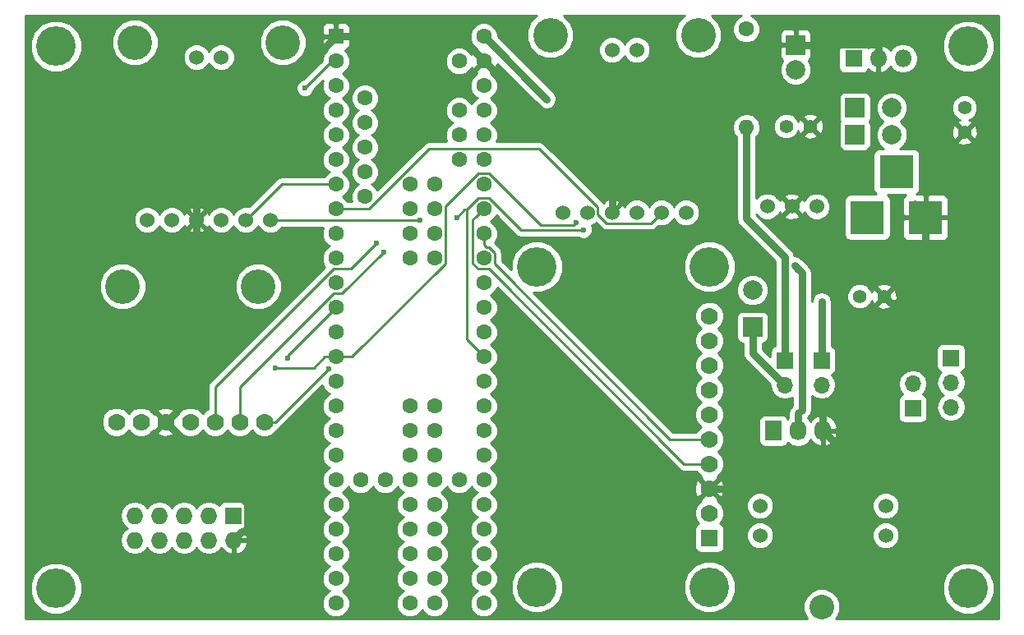
<source format=gbr>
G04 #@! TF.FileFunction,Copper,L2,Bot,Signal*
%FSLAX46Y46*%
G04 Gerber Fmt 4.6, Leading zero omitted, Abs format (unit mm)*
G04 Created by KiCad (PCBNEW 4.0.6) date Monday, July 24, 2017 'PMt' 06:30:09 PM*
%MOMM*%
%LPD*%
G01*
G04 APERTURE LIST*
%ADD10C,0.100000*%
%ADD11C,4.064000*%
%ADD12C,1.778000*%
%ADD13R,1.778000X1.778000*%
%ADD14C,1.524000*%
%ADD15C,2.540000*%
%ADD16C,3.556000*%
%ADD17C,1.600000*%
%ADD18R,1.600000X1.600000*%
%ADD19R,3.500120X3.500120*%
%ADD20R,2.000000X2.000000*%
%ADD21C,2.000000*%
%ADD22R,1.727200X1.727200*%
%ADD23O,1.727200X1.727200*%
%ADD24R,1.727200X2.032000*%
%ADD25O,1.727200X2.032000*%
%ADD26O,1.600000X1.600000*%
%ADD27R,1.800000X1.800000*%
%ADD28O,1.800000X1.800000*%
%ADD29C,1.998980*%
%ADD30R,1.998980X1.998980*%
%ADD31R,1.700000X1.700000*%
%ADD32O,1.700000X1.700000*%
%ADD33C,1.400000*%
%ADD34C,0.600000*%
%ADD35C,0.250000*%
%ADD36C,0.762000*%
%ADD37C,0.254000*%
G04 APERTURE END LIST*
D10*
D11*
X158750000Y-103378000D03*
X158750000Y-136398000D03*
X176530000Y-136398000D03*
D12*
X176530000Y-121158000D03*
X176530000Y-123698000D03*
X176530000Y-126238000D03*
X176530000Y-128778000D03*
D13*
X176530000Y-131318000D03*
D12*
X176530000Y-118618000D03*
X176530000Y-116078000D03*
X176530000Y-113538000D03*
X176530000Y-110998000D03*
X176530000Y-108458000D03*
D11*
X176530000Y-103378000D03*
D14*
X194691000Y-131064000D03*
X181737000Y-131064000D03*
X181737000Y-128016000D03*
X194691000Y-128016000D03*
D15*
X188087000Y-138430000D03*
D14*
X169037000Y-81026000D03*
X166497000Y-81026000D03*
X161417000Y-97790000D03*
X163957000Y-97790000D03*
X166497000Y-97790000D03*
X169037000Y-97790000D03*
X171577000Y-97790000D03*
X174117000Y-97790000D03*
D16*
X160147000Y-79502000D03*
X175387000Y-79502000D03*
D14*
X126238000Y-81788000D03*
X123698000Y-81788000D03*
X118618000Y-98552000D03*
X121158000Y-98552000D03*
X123698000Y-98552000D03*
X126238000Y-98552000D03*
X128778000Y-98552000D03*
X131318000Y-98552000D03*
D16*
X117348000Y-80264000D03*
X132588000Y-80264000D03*
D17*
X138049000Y-120269000D03*
X138049000Y-122809000D03*
X138049000Y-125349000D03*
X138049000Y-127889000D03*
X138049000Y-117729000D03*
X138049000Y-115189000D03*
X138049000Y-112649000D03*
X138049000Y-130429000D03*
X138049000Y-132969000D03*
X138049000Y-135509000D03*
X138049000Y-138049000D03*
X140589000Y-125349000D03*
X143129000Y-125349000D03*
X145669000Y-125349000D03*
X148209000Y-125349000D03*
X150749000Y-125349000D03*
X153289000Y-138049000D03*
X153289000Y-135509000D03*
X153289000Y-132969000D03*
X153289000Y-130429000D03*
X153289000Y-127889000D03*
X153289000Y-125349000D03*
X153289000Y-122809000D03*
X153289000Y-120269000D03*
X138049000Y-110109000D03*
X138049000Y-107569000D03*
X138049000Y-105029000D03*
X138049000Y-102489000D03*
X138049000Y-99949000D03*
X138049000Y-97409000D03*
X138049000Y-94869000D03*
X138049000Y-92329000D03*
X138049000Y-89789000D03*
X138049000Y-87249000D03*
X138049000Y-84709000D03*
X138049000Y-82169000D03*
D18*
X138049000Y-79629000D03*
D17*
X153289000Y-117729000D03*
X153289000Y-115189000D03*
X153289000Y-112649000D03*
X153289000Y-110109000D03*
X153289000Y-107569000D03*
X153289000Y-105029000D03*
X153289000Y-102489000D03*
X153289000Y-99949000D03*
X153289000Y-97409000D03*
X153289000Y-94869000D03*
X153289000Y-92329000D03*
X153289000Y-89789000D03*
X153289000Y-87249000D03*
X153289000Y-84709000D03*
X153289000Y-82169000D03*
X153289000Y-79629000D03*
X150749000Y-82169000D03*
X150749000Y-87249000D03*
X150749000Y-89789000D03*
X150749000Y-92329000D03*
X145669000Y-94869000D03*
X145669000Y-97409000D03*
X145669000Y-99949000D03*
X145669000Y-102489000D03*
X145669000Y-117729000D03*
X145669000Y-120269000D03*
X145669000Y-122809000D03*
X145669000Y-127889000D03*
X145669000Y-130429000D03*
X145669000Y-132969000D03*
X145669000Y-135509000D03*
X145669000Y-138049000D03*
X148209000Y-138049000D03*
X148209000Y-135509000D03*
X148209000Y-132969000D03*
X148209000Y-130429000D03*
X148209000Y-127889000D03*
X148209000Y-122809000D03*
X148209000Y-120269000D03*
X148209000Y-117729000D03*
X148209000Y-102489000D03*
X148209000Y-99949000D03*
X148209000Y-97409000D03*
X148209000Y-94869000D03*
X141049000Y-85979000D03*
X141049000Y-88519000D03*
X141049000Y-91059000D03*
X141049000Y-93599000D03*
X141049000Y-96139000D03*
D16*
X130048000Y-105410000D03*
X116078000Y-105410000D03*
D12*
X123063000Y-119380000D03*
X125603000Y-119380000D03*
X128143000Y-119380000D03*
X130683000Y-119380000D03*
X120523000Y-119380000D03*
X117983000Y-119380000D03*
X115443000Y-119380000D03*
D19*
X192808860Y-98298000D03*
X198808340Y-98298000D03*
X195808600Y-93599000D03*
D20*
X185420000Y-80518000D03*
D21*
X185420000Y-83058000D03*
D22*
X127508000Y-129032000D03*
D23*
X127508000Y-131572000D03*
X124968000Y-129032000D03*
X124968000Y-131572000D03*
X122428000Y-129032000D03*
X122428000Y-131572000D03*
X119888000Y-129032000D03*
X119888000Y-131572000D03*
X117348000Y-129032000D03*
X117348000Y-131572000D03*
D24*
X183134000Y-120269000D03*
D25*
X185674000Y-120269000D03*
X188214000Y-120269000D03*
D17*
X180340000Y-78867000D03*
D26*
X180340000Y-89027000D03*
D14*
X185039000Y-97155000D03*
X187579000Y-97155000D03*
X182499000Y-97155000D03*
D27*
X191389000Y-81915000D03*
D28*
X193929000Y-81915000D03*
X196469000Y-81915000D03*
D11*
X109220000Y-80645000D03*
X109220000Y-136525000D03*
X203200000Y-136525000D03*
X203200000Y-80645000D03*
D29*
X180975000Y-105791000D03*
D30*
X180975000Y-109601000D03*
D29*
X195326000Y-86995000D03*
D30*
X191516000Y-86995000D03*
D29*
X195326000Y-89789000D03*
D30*
X191516000Y-89789000D03*
D31*
X184277000Y-113030000D03*
D32*
X184277000Y-115570000D03*
D31*
X188087000Y-113030000D03*
D32*
X188087000Y-115570000D03*
D31*
X201422000Y-112776000D03*
D32*
X201422000Y-115316000D03*
X201422000Y-117856000D03*
D31*
X197485000Y-117983000D03*
D32*
X197485000Y-115443000D03*
D33*
X202819000Y-86995000D03*
X202819000Y-89495000D03*
X186944000Y-88900000D03*
X184444000Y-88900000D03*
X192024000Y-106426000D03*
X194524000Y-106426000D03*
D34*
X133086010Y-112794276D03*
X131835990Y-113799084D03*
X162814000Y-98806000D03*
X134874000Y-84963000D03*
X150495000Y-98298000D03*
X146685000Y-98552000D03*
X163576000Y-99568000D03*
X137287000Y-113919000D03*
X143002000Y-101854000D03*
X142240000Y-100965000D03*
X182626000Y-126238000D03*
X192786000Y-124841000D03*
X113411000Y-95377000D03*
X185293000Y-103251000D03*
X159766000Y-86106000D03*
X188087000Y-106934000D03*
D35*
X138049000Y-107569000D02*
X133086010Y-112531990D01*
X133086010Y-112531990D02*
X133086010Y-112794276D01*
X132260254Y-113799084D02*
X131835990Y-113799084D01*
X135767546Y-113799084D02*
X132260254Y-113799084D01*
X136917630Y-112649000D02*
X135767546Y-113799084D01*
X138049000Y-112649000D02*
X136917630Y-112649000D01*
X162814000Y-98806000D02*
X162514001Y-99105999D01*
X139714002Y-112649000D02*
X139180370Y-112649000D01*
X162514001Y-99105999D02*
X159191001Y-99105999D01*
X152748999Y-93743999D02*
X149334001Y-97158997D01*
X139180370Y-112649000D02*
X138049000Y-112649000D01*
X159191001Y-99105999D02*
X153829001Y-93743999D01*
X153829001Y-93743999D02*
X152748999Y-93743999D01*
X149334001Y-97158997D02*
X149334001Y-103029001D01*
X149334001Y-103029001D02*
X139714002Y-112649000D01*
X152163999Y-103029001D02*
X152163999Y-98534001D01*
X152489001Y-98208999D02*
X153289000Y-97409000D01*
X152163999Y-98534001D02*
X152489001Y-98208999D01*
X153829001Y-103614001D02*
X152748999Y-103614001D01*
X152748999Y-103614001D02*
X152163999Y-103029001D01*
X173913000Y-123698000D02*
X153829001Y-103614001D01*
X176530000Y-123698000D02*
X173913000Y-123698000D01*
X153811002Y-101346000D02*
X153554630Y-101346000D01*
X153554630Y-101346000D02*
X153289000Y-101080370D01*
X153289000Y-101080370D02*
X153289000Y-99949000D01*
X154414001Y-101948999D02*
X153811002Y-101346000D01*
X176530000Y-121158000D02*
X172477758Y-121158000D01*
X172477758Y-121158000D02*
X154414001Y-103094243D01*
X154414001Y-103094243D02*
X154414001Y-101948999D01*
X171577000Y-97790000D02*
X170489999Y-98877001D01*
X170489999Y-98877001D02*
X165975239Y-98877001D01*
X165975239Y-98877001D02*
X165044001Y-97945763D01*
X165044001Y-97945763D02*
X165044001Y-97268239D01*
X147668999Y-91203999D02*
X141463998Y-97409000D01*
X165044001Y-97268239D02*
X158979761Y-91203999D01*
X158979761Y-91203999D02*
X147668999Y-91203999D01*
X141463998Y-97409000D02*
X139180370Y-97409000D01*
X139180370Y-97409000D02*
X138049000Y-97409000D01*
X138049000Y-94869000D02*
X132461000Y-94869000D01*
X132461000Y-94869000D02*
X128778000Y-98552000D01*
X134874000Y-84963000D02*
X137668000Y-82169000D01*
X137668000Y-82169000D02*
X138049000Y-82169000D01*
X150495000Y-98298000D02*
X151271002Y-97521998D01*
X151271002Y-97521998D02*
X151511000Y-97521998D01*
X131318000Y-98552000D02*
X146644400Y-98592600D01*
X146644400Y-98592600D02*
X146685000Y-98552000D01*
X151511000Y-97521998D02*
X151511000Y-110871000D01*
X151511000Y-110871000D02*
X153289000Y-112649000D01*
X163576000Y-99568000D02*
X157113002Y-99568000D01*
X157113002Y-99568000D02*
X153829001Y-96283999D01*
X153829001Y-96283999D02*
X152748999Y-96283999D01*
X152748999Y-96283999D02*
X151511000Y-97521998D01*
X137287000Y-113919000D02*
X131826000Y-119380000D01*
X131826000Y-119380000D02*
X130683000Y-119380000D01*
X143002000Y-101854000D02*
X138701999Y-106154001D01*
X138701999Y-106154001D02*
X137798997Y-106154001D01*
X128143000Y-115809998D02*
X128143000Y-118122765D01*
X137798997Y-106154001D02*
X128143000Y-115809998D01*
X128143000Y-118122765D02*
X128143000Y-119380000D01*
X142240000Y-100965000D02*
X139590999Y-103614001D01*
X139590999Y-103614001D02*
X137798997Y-103614001D01*
X137798997Y-103614001D02*
X125603000Y-115809998D01*
X125603000Y-115809998D02*
X125603000Y-118122765D01*
X125603000Y-118122765D02*
X125603000Y-119380000D01*
D36*
X182626000Y-126238000D02*
X176530000Y-126238000D01*
X192786000Y-124841000D02*
X188214000Y-120269000D01*
X197635168Y-107125999D02*
X198808340Y-105952827D01*
X198808340Y-105952827D02*
X198808340Y-98298000D01*
X197635168Y-109069832D02*
X197635168Y-107125999D01*
X197635168Y-109069832D02*
X188214000Y-118491000D01*
X188214000Y-118491000D02*
X188214000Y-120269000D01*
X194524000Y-106426000D02*
X195223999Y-107125999D01*
X195223999Y-107125999D02*
X197635168Y-107125999D01*
X113411000Y-95377000D02*
X122301000Y-95377000D01*
X122301000Y-95377000D02*
X122428000Y-95250000D01*
X123698000Y-93980000D02*
X122428000Y-95250000D01*
X127508000Y-131572000D02*
X128371599Y-130708401D01*
X128371599Y-130708401D02*
X128604601Y-130708401D01*
X128604601Y-130708401D02*
X128952601Y-130360401D01*
X128952601Y-130360401D02*
X128952601Y-127809601D01*
X128952601Y-127809601D02*
X121411999Y-120268999D01*
X121411999Y-120268999D02*
X120523000Y-119380000D01*
X123698000Y-98552000D02*
X123698000Y-116205000D01*
X123698000Y-116205000D02*
X120523000Y-119380000D01*
X138049000Y-79629000D02*
X123698000Y-93980000D01*
X123698000Y-93980000D02*
X123698000Y-98552000D01*
X153289000Y-82169000D02*
X150749000Y-79629000D01*
X150749000Y-79629000D02*
X138049000Y-79629000D01*
X166497000Y-97790000D02*
X166497000Y-95377000D01*
X166497000Y-95377000D02*
X153289000Y-82169000D01*
X188214000Y-120269000D02*
X188214000Y-121031000D01*
X198808340Y-98298000D02*
X197665340Y-96894660D01*
X193929000Y-81915000D02*
X193929000Y-80642208D01*
X193929000Y-80642208D02*
X193720791Y-80433999D01*
X193720791Y-80433999D02*
X187266001Y-80433999D01*
X187266001Y-80433999D02*
X187182000Y-80518000D01*
X187182000Y-80518000D02*
X185420000Y-80518000D01*
X186055000Y-118110000D02*
X186055000Y-104013000D01*
X186055000Y-104013000D02*
X185293000Y-103251000D01*
X185674000Y-120269000D02*
X185674000Y-118491000D01*
X185674000Y-118491000D02*
X186055000Y-118110000D01*
X185293000Y-103251000D02*
X185674000Y-103632000D01*
X184277000Y-115570000D02*
X180975000Y-112268000D01*
X180975000Y-112268000D02*
X180975000Y-109601000D01*
X184277000Y-102362000D02*
X180340000Y-98425000D01*
X180340000Y-98425000D02*
X180340000Y-89027000D01*
X184277000Y-113030000D02*
X184277000Y-102362000D01*
X159766000Y-86106000D02*
X153289000Y-79629000D01*
X180594000Y-89281000D02*
X180340000Y-89027000D01*
X188087000Y-113030000D02*
X188087000Y-106934000D01*
D37*
G36*
X158102551Y-78133361D02*
X157734420Y-79019919D01*
X157733583Y-79979870D01*
X158100166Y-80867069D01*
X158778361Y-81546449D01*
X159664919Y-81914580D01*
X160624870Y-81915417D01*
X161512069Y-81548834D01*
X161758672Y-81302661D01*
X165099758Y-81302661D01*
X165311990Y-81816303D01*
X165704630Y-82209629D01*
X166217900Y-82422757D01*
X166773661Y-82423242D01*
X167287303Y-82211010D01*
X167680629Y-81818370D01*
X167766949Y-81610488D01*
X167851990Y-81816303D01*
X168244630Y-82209629D01*
X168757900Y-82422757D01*
X169313661Y-82423242D01*
X169827303Y-82211010D01*
X170220629Y-81818370D01*
X170433757Y-81305100D01*
X170434242Y-80749339D01*
X170222010Y-80235697D01*
X169829370Y-79842371D01*
X169316100Y-79629243D01*
X168760339Y-79628758D01*
X168246697Y-79840990D01*
X167853371Y-80233630D01*
X167767051Y-80441512D01*
X167682010Y-80235697D01*
X167289370Y-79842371D01*
X166776100Y-79629243D01*
X166220339Y-79628758D01*
X165706697Y-79840990D01*
X165313371Y-80233630D01*
X165100243Y-80746900D01*
X165099758Y-81302661D01*
X161758672Y-81302661D01*
X162191449Y-80870639D01*
X162559580Y-79984081D01*
X162560417Y-79024130D01*
X162193834Y-78136931D01*
X161577979Y-77520000D01*
X173956984Y-77520000D01*
X173342551Y-78133361D01*
X172974420Y-79019919D01*
X172973583Y-79979870D01*
X173340166Y-80867069D01*
X174018361Y-81546449D01*
X174904919Y-81914580D01*
X175864870Y-81915417D01*
X176752069Y-81548834D01*
X177431449Y-80870639D01*
X177799580Y-79984081D01*
X177800417Y-79024130D01*
X177433834Y-78136931D01*
X176817979Y-77520000D01*
X179842236Y-77520000D01*
X179528200Y-77649757D01*
X179124176Y-78053077D01*
X178905250Y-78580309D01*
X178904752Y-79151187D01*
X179122757Y-79678800D01*
X179526077Y-80082824D01*
X180053309Y-80301750D01*
X180624187Y-80302248D01*
X181151800Y-80084243D01*
X181555824Y-79680923D01*
X181675924Y-79391690D01*
X183785000Y-79391690D01*
X183785000Y-80232250D01*
X183943750Y-80391000D01*
X185293000Y-80391000D01*
X185293000Y-79041750D01*
X185547000Y-79041750D01*
X185547000Y-80391000D01*
X186896250Y-80391000D01*
X187055000Y-80232250D01*
X187055000Y-79391690D01*
X186958327Y-79158301D01*
X186779698Y-78979673D01*
X186546309Y-78883000D01*
X185705750Y-78883000D01*
X185547000Y-79041750D01*
X185293000Y-79041750D01*
X185134250Y-78883000D01*
X184293691Y-78883000D01*
X184060302Y-78979673D01*
X183881673Y-79158301D01*
X183785000Y-79391690D01*
X181675924Y-79391690D01*
X181774750Y-79153691D01*
X181775248Y-78582813D01*
X181557243Y-78055200D01*
X181153923Y-77651176D01*
X180838016Y-77520000D01*
X206325000Y-77520000D01*
X206325000Y-139650000D01*
X189561300Y-139650000D01*
X189701039Y-139510505D01*
X189991668Y-138810590D01*
X189992330Y-138052735D01*
X189702922Y-137352314D01*
X189404303Y-137053172D01*
X200532538Y-137053172D01*
X200937709Y-138033761D01*
X201687293Y-138784655D01*
X202667173Y-139191536D01*
X203728172Y-139192462D01*
X204708761Y-138787291D01*
X205459655Y-138037707D01*
X205866536Y-137057827D01*
X205867462Y-135996828D01*
X205462291Y-135016239D01*
X204712707Y-134265345D01*
X203732827Y-133858464D01*
X202671828Y-133857538D01*
X201691239Y-134262709D01*
X200940345Y-135012293D01*
X200533464Y-135992173D01*
X200532538Y-137053172D01*
X189404303Y-137053172D01*
X189167505Y-136815961D01*
X188467590Y-136525332D01*
X187709735Y-136524670D01*
X187009314Y-136814078D01*
X186472961Y-137349495D01*
X186182332Y-138049410D01*
X186181670Y-138807265D01*
X186471078Y-139507686D01*
X186613144Y-139650000D01*
X106095000Y-139650000D01*
X106095000Y-137053172D01*
X106552538Y-137053172D01*
X106957709Y-138033761D01*
X107707293Y-138784655D01*
X108687173Y-139191536D01*
X109748172Y-139192462D01*
X110728761Y-138787291D01*
X111479655Y-138037707D01*
X111886536Y-137057827D01*
X111887462Y-135996828D01*
X111482291Y-135016239D01*
X110732707Y-134265345D01*
X109752827Y-133858464D01*
X108691828Y-133857538D01*
X107711239Y-134262709D01*
X106960345Y-135012293D01*
X106553464Y-135992173D01*
X106552538Y-137053172D01*
X106095000Y-137053172D01*
X106095000Y-129032000D01*
X115820041Y-129032000D01*
X115934115Y-129605489D01*
X116258971Y-130091670D01*
X116573752Y-130302000D01*
X116258971Y-130512330D01*
X115934115Y-130998511D01*
X115820041Y-131572000D01*
X115934115Y-132145489D01*
X116258971Y-132631670D01*
X116745152Y-132956526D01*
X117318641Y-133070600D01*
X117377359Y-133070600D01*
X117950848Y-132956526D01*
X118437029Y-132631670D01*
X118618000Y-132360828D01*
X118798971Y-132631670D01*
X119285152Y-132956526D01*
X119858641Y-133070600D01*
X119917359Y-133070600D01*
X120490848Y-132956526D01*
X120977029Y-132631670D01*
X121158000Y-132360828D01*
X121338971Y-132631670D01*
X121825152Y-132956526D01*
X122398641Y-133070600D01*
X122457359Y-133070600D01*
X123030848Y-132956526D01*
X123517029Y-132631670D01*
X123698000Y-132360828D01*
X123878971Y-132631670D01*
X124365152Y-132956526D01*
X124938641Y-133070600D01*
X124997359Y-133070600D01*
X125570848Y-132956526D01*
X126057029Y-132631670D01*
X126237992Y-132360839D01*
X126619510Y-132778821D01*
X127148973Y-133026968D01*
X127381000Y-132906469D01*
X127381000Y-131699000D01*
X127635000Y-131699000D01*
X127635000Y-132906469D01*
X127867027Y-133026968D01*
X128396490Y-132778821D01*
X128790688Y-132346947D01*
X128962958Y-131931026D01*
X128841817Y-131699000D01*
X127635000Y-131699000D01*
X127381000Y-131699000D01*
X127361000Y-131699000D01*
X127361000Y-131445000D01*
X127381000Y-131445000D01*
X127381000Y-131425000D01*
X127635000Y-131425000D01*
X127635000Y-131445000D01*
X128841817Y-131445000D01*
X128962958Y-131212974D01*
X128790688Y-130797053D01*
X128531391Y-130512973D01*
X128606917Y-130498762D01*
X128823041Y-130359690D01*
X128968031Y-130147490D01*
X129019040Y-129895600D01*
X129019040Y-128168400D01*
X128974762Y-127933083D01*
X128835690Y-127716959D01*
X128623490Y-127571969D01*
X128371600Y-127520960D01*
X126644400Y-127520960D01*
X126409083Y-127565238D01*
X126192959Y-127704310D01*
X126047969Y-127916510D01*
X126039092Y-127960345D01*
X125570848Y-127647474D01*
X124997359Y-127533400D01*
X124938641Y-127533400D01*
X124365152Y-127647474D01*
X123878971Y-127972330D01*
X123698000Y-128243172D01*
X123517029Y-127972330D01*
X123030848Y-127647474D01*
X122457359Y-127533400D01*
X122398641Y-127533400D01*
X121825152Y-127647474D01*
X121338971Y-127972330D01*
X121158000Y-128243172D01*
X120977029Y-127972330D01*
X120490848Y-127647474D01*
X119917359Y-127533400D01*
X119858641Y-127533400D01*
X119285152Y-127647474D01*
X118798971Y-127972330D01*
X118618000Y-128243172D01*
X118437029Y-127972330D01*
X117950848Y-127647474D01*
X117377359Y-127533400D01*
X117318641Y-127533400D01*
X116745152Y-127647474D01*
X116258971Y-127972330D01*
X115934115Y-128458511D01*
X115820041Y-129032000D01*
X106095000Y-129032000D01*
X106095000Y-119681812D01*
X113918736Y-119681812D01*
X114150262Y-120242149D01*
X114578596Y-120671231D01*
X115138528Y-120903735D01*
X115744812Y-120904264D01*
X116305149Y-120672738D01*
X116713336Y-120265263D01*
X117118596Y-120671231D01*
X117678528Y-120903735D01*
X118284812Y-120904264D01*
X118845149Y-120672738D01*
X119066076Y-120452196D01*
X119630409Y-120452196D01*
X119715467Y-120707539D01*
X120284965Y-120915516D01*
X120890700Y-120889723D01*
X121330533Y-120707539D01*
X121415591Y-120452196D01*
X120523000Y-119559605D01*
X119630409Y-120452196D01*
X119066076Y-120452196D01*
X119274231Y-120244404D01*
X119285405Y-120217494D01*
X119450804Y-120272591D01*
X120343395Y-119380000D01*
X120702605Y-119380000D01*
X121595196Y-120272591D01*
X121760138Y-120217647D01*
X121770262Y-120242149D01*
X122198596Y-120671231D01*
X122758528Y-120903735D01*
X123364812Y-120904264D01*
X123925149Y-120672738D01*
X124333336Y-120265263D01*
X124738596Y-120671231D01*
X125298528Y-120903735D01*
X125904812Y-120904264D01*
X126465149Y-120672738D01*
X126873336Y-120265263D01*
X127278596Y-120671231D01*
X127838528Y-120903735D01*
X128444812Y-120904264D01*
X129005149Y-120672738D01*
X129413336Y-120265263D01*
X129818596Y-120671231D01*
X130378528Y-120903735D01*
X130984812Y-120904264D01*
X131545149Y-120672738D01*
X131974231Y-120244404D01*
X132034832Y-120098460D01*
X132116839Y-120082148D01*
X132363401Y-119917401D01*
X136670434Y-115610368D01*
X136831757Y-116000800D01*
X137235077Y-116404824D01*
X137365215Y-116458862D01*
X137237200Y-116511757D01*
X136833176Y-116915077D01*
X136614250Y-117442309D01*
X136613752Y-118013187D01*
X136831757Y-118540800D01*
X137235077Y-118944824D01*
X137365215Y-118998862D01*
X137237200Y-119051757D01*
X136833176Y-119455077D01*
X136614250Y-119982309D01*
X136613752Y-120553187D01*
X136831757Y-121080800D01*
X137235077Y-121484824D01*
X137365215Y-121538862D01*
X137237200Y-121591757D01*
X136833176Y-121995077D01*
X136614250Y-122522309D01*
X136613752Y-123093187D01*
X136831757Y-123620800D01*
X137235077Y-124024824D01*
X137365215Y-124078862D01*
X137237200Y-124131757D01*
X136833176Y-124535077D01*
X136614250Y-125062309D01*
X136613752Y-125633187D01*
X136831757Y-126160800D01*
X137235077Y-126564824D01*
X137365215Y-126618862D01*
X137237200Y-126671757D01*
X136833176Y-127075077D01*
X136614250Y-127602309D01*
X136613752Y-128173187D01*
X136831757Y-128700800D01*
X137235077Y-129104824D01*
X137365215Y-129158862D01*
X137237200Y-129211757D01*
X136833176Y-129615077D01*
X136614250Y-130142309D01*
X136613752Y-130713187D01*
X136831757Y-131240800D01*
X137235077Y-131644824D01*
X137365215Y-131698862D01*
X137237200Y-131751757D01*
X136833176Y-132155077D01*
X136614250Y-132682309D01*
X136613752Y-133253187D01*
X136831757Y-133780800D01*
X137235077Y-134184824D01*
X137365215Y-134238862D01*
X137237200Y-134291757D01*
X136833176Y-134695077D01*
X136614250Y-135222309D01*
X136613752Y-135793187D01*
X136831757Y-136320800D01*
X137235077Y-136724824D01*
X137365215Y-136778862D01*
X137237200Y-136831757D01*
X136833176Y-137235077D01*
X136614250Y-137762309D01*
X136613752Y-138333187D01*
X136831757Y-138860800D01*
X137235077Y-139264824D01*
X137762309Y-139483750D01*
X138333187Y-139484248D01*
X138860800Y-139266243D01*
X139264824Y-138862923D01*
X139483750Y-138335691D01*
X139484248Y-137764813D01*
X139266243Y-137237200D01*
X138862923Y-136833176D01*
X138732785Y-136779138D01*
X138860800Y-136726243D01*
X139264824Y-136322923D01*
X139483750Y-135795691D01*
X139484248Y-135224813D01*
X139266243Y-134697200D01*
X138862923Y-134293176D01*
X138732785Y-134239138D01*
X138860800Y-134186243D01*
X139264824Y-133782923D01*
X139483750Y-133255691D01*
X139484248Y-132684813D01*
X139266243Y-132157200D01*
X138862923Y-131753176D01*
X138732785Y-131699138D01*
X138860800Y-131646243D01*
X139264824Y-131242923D01*
X139483750Y-130715691D01*
X139484248Y-130144813D01*
X139266243Y-129617200D01*
X138862923Y-129213176D01*
X138732785Y-129159138D01*
X138860800Y-129106243D01*
X139264824Y-128702923D01*
X139483750Y-128175691D01*
X139484248Y-127604813D01*
X139266243Y-127077200D01*
X138862923Y-126673176D01*
X138732785Y-126619138D01*
X138860800Y-126566243D01*
X139264824Y-126162923D01*
X139318862Y-126032785D01*
X139371757Y-126160800D01*
X139775077Y-126564824D01*
X140302309Y-126783750D01*
X140873187Y-126784248D01*
X141400800Y-126566243D01*
X141804824Y-126162923D01*
X141858862Y-126032785D01*
X141911757Y-126160800D01*
X142315077Y-126564824D01*
X142842309Y-126783750D01*
X143413187Y-126784248D01*
X143940800Y-126566243D01*
X144344824Y-126162923D01*
X144398862Y-126032785D01*
X144451757Y-126160800D01*
X144855077Y-126564824D01*
X144985215Y-126618862D01*
X144857200Y-126671757D01*
X144453176Y-127075077D01*
X144234250Y-127602309D01*
X144233752Y-128173187D01*
X144451757Y-128700800D01*
X144855077Y-129104824D01*
X144985215Y-129158862D01*
X144857200Y-129211757D01*
X144453176Y-129615077D01*
X144234250Y-130142309D01*
X144233752Y-130713187D01*
X144451757Y-131240800D01*
X144855077Y-131644824D01*
X144985215Y-131698862D01*
X144857200Y-131751757D01*
X144453176Y-132155077D01*
X144234250Y-132682309D01*
X144233752Y-133253187D01*
X144451757Y-133780800D01*
X144855077Y-134184824D01*
X144985215Y-134238862D01*
X144857200Y-134291757D01*
X144453176Y-134695077D01*
X144234250Y-135222309D01*
X144233752Y-135793187D01*
X144451757Y-136320800D01*
X144855077Y-136724824D01*
X144985215Y-136778862D01*
X144857200Y-136831757D01*
X144453176Y-137235077D01*
X144234250Y-137762309D01*
X144233752Y-138333187D01*
X144451757Y-138860800D01*
X144855077Y-139264824D01*
X145382309Y-139483750D01*
X145953187Y-139484248D01*
X146480800Y-139266243D01*
X146884824Y-138862923D01*
X146938862Y-138732785D01*
X146991757Y-138860800D01*
X147395077Y-139264824D01*
X147922309Y-139483750D01*
X148493187Y-139484248D01*
X149020800Y-139266243D01*
X149424824Y-138862923D01*
X149643750Y-138335691D01*
X149644248Y-137764813D01*
X149426243Y-137237200D01*
X149022923Y-136833176D01*
X148892785Y-136779138D01*
X149020800Y-136726243D01*
X149424824Y-136322923D01*
X149643750Y-135795691D01*
X149644248Y-135224813D01*
X149426243Y-134697200D01*
X149022923Y-134293176D01*
X148892785Y-134239138D01*
X149020800Y-134186243D01*
X149424824Y-133782923D01*
X149643750Y-133255691D01*
X149644248Y-132684813D01*
X149426243Y-132157200D01*
X149022923Y-131753176D01*
X148892785Y-131699138D01*
X149020800Y-131646243D01*
X149424824Y-131242923D01*
X149643750Y-130715691D01*
X149644248Y-130144813D01*
X149426243Y-129617200D01*
X149022923Y-129213176D01*
X148892785Y-129159138D01*
X149020800Y-129106243D01*
X149424824Y-128702923D01*
X149643750Y-128175691D01*
X149644248Y-127604813D01*
X149426243Y-127077200D01*
X149022923Y-126673176D01*
X148892785Y-126619138D01*
X149020800Y-126566243D01*
X149424824Y-126162923D01*
X149478862Y-126032785D01*
X149531757Y-126160800D01*
X149935077Y-126564824D01*
X150462309Y-126783750D01*
X151033187Y-126784248D01*
X151560800Y-126566243D01*
X151964824Y-126162923D01*
X152018862Y-126032785D01*
X152071757Y-126160800D01*
X152475077Y-126564824D01*
X152605215Y-126618862D01*
X152477200Y-126671757D01*
X152073176Y-127075077D01*
X151854250Y-127602309D01*
X151853752Y-128173187D01*
X152071757Y-128700800D01*
X152475077Y-129104824D01*
X152605215Y-129158862D01*
X152477200Y-129211757D01*
X152073176Y-129615077D01*
X151854250Y-130142309D01*
X151853752Y-130713187D01*
X152071757Y-131240800D01*
X152475077Y-131644824D01*
X152605215Y-131698862D01*
X152477200Y-131751757D01*
X152073176Y-132155077D01*
X151854250Y-132682309D01*
X151853752Y-133253187D01*
X152071757Y-133780800D01*
X152475077Y-134184824D01*
X152605215Y-134238862D01*
X152477200Y-134291757D01*
X152073176Y-134695077D01*
X151854250Y-135222309D01*
X151853752Y-135793187D01*
X152071757Y-136320800D01*
X152475077Y-136724824D01*
X152605215Y-136778862D01*
X152477200Y-136831757D01*
X152073176Y-137235077D01*
X151854250Y-137762309D01*
X151853752Y-138333187D01*
X152071757Y-138860800D01*
X152475077Y-139264824D01*
X153002309Y-139483750D01*
X153573187Y-139484248D01*
X154100800Y-139266243D01*
X154504824Y-138862923D01*
X154723750Y-138335691D01*
X154724248Y-137764813D01*
X154506243Y-137237200D01*
X154195757Y-136926172D01*
X156082538Y-136926172D01*
X156487709Y-137906761D01*
X157237293Y-138657655D01*
X158217173Y-139064536D01*
X159278172Y-139065462D01*
X160258761Y-138660291D01*
X161009655Y-137910707D01*
X161416536Y-136930827D01*
X161416540Y-136926172D01*
X173862538Y-136926172D01*
X174267709Y-137906761D01*
X175017293Y-138657655D01*
X175997173Y-139064536D01*
X177058172Y-139065462D01*
X178038761Y-138660291D01*
X178789655Y-137910707D01*
X179196536Y-136930827D01*
X179197462Y-135869828D01*
X178792291Y-134889239D01*
X178042707Y-134138345D01*
X177062827Y-133731464D01*
X176001828Y-133730538D01*
X175021239Y-134135709D01*
X174270345Y-134885293D01*
X173863464Y-135865173D01*
X173862538Y-136926172D01*
X161416540Y-136926172D01*
X161417462Y-135869828D01*
X161012291Y-134889239D01*
X160262707Y-134138345D01*
X159282827Y-133731464D01*
X158221828Y-133730538D01*
X157241239Y-134135709D01*
X156490345Y-134885293D01*
X156083464Y-135865173D01*
X156082538Y-136926172D01*
X154195757Y-136926172D01*
X154102923Y-136833176D01*
X153972785Y-136779138D01*
X154100800Y-136726243D01*
X154504824Y-136322923D01*
X154723750Y-135795691D01*
X154724248Y-135224813D01*
X154506243Y-134697200D01*
X154102923Y-134293176D01*
X153972785Y-134239138D01*
X154100800Y-134186243D01*
X154504824Y-133782923D01*
X154723750Y-133255691D01*
X154724248Y-132684813D01*
X154506243Y-132157200D01*
X154102923Y-131753176D01*
X153972785Y-131699138D01*
X154100800Y-131646243D01*
X154504824Y-131242923D01*
X154723750Y-130715691D01*
X154724000Y-130429000D01*
X174993560Y-130429000D01*
X174993560Y-132207000D01*
X175037838Y-132442317D01*
X175176910Y-132658441D01*
X175389110Y-132803431D01*
X175641000Y-132854440D01*
X177419000Y-132854440D01*
X177654317Y-132810162D01*
X177870441Y-132671090D01*
X178015431Y-132458890D01*
X178066440Y-132207000D01*
X178066440Y-131340661D01*
X180339758Y-131340661D01*
X180551990Y-131854303D01*
X180944630Y-132247629D01*
X181457900Y-132460757D01*
X182013661Y-132461242D01*
X182527303Y-132249010D01*
X182920629Y-131856370D01*
X183133757Y-131343100D01*
X183133759Y-131340661D01*
X193293758Y-131340661D01*
X193505990Y-131854303D01*
X193898630Y-132247629D01*
X194411900Y-132460757D01*
X194967661Y-132461242D01*
X195481303Y-132249010D01*
X195874629Y-131856370D01*
X196087757Y-131343100D01*
X196088242Y-130787339D01*
X195876010Y-130273697D01*
X195483370Y-129880371D01*
X194970100Y-129667243D01*
X194414339Y-129666758D01*
X193900697Y-129878990D01*
X193507371Y-130271630D01*
X193294243Y-130784900D01*
X193293758Y-131340661D01*
X183133759Y-131340661D01*
X183134242Y-130787339D01*
X182922010Y-130273697D01*
X182529370Y-129880371D01*
X182016100Y-129667243D01*
X181460339Y-129666758D01*
X180946697Y-129878990D01*
X180553371Y-130271630D01*
X180340243Y-130784900D01*
X180339758Y-131340661D01*
X178066440Y-131340661D01*
X178066440Y-130429000D01*
X178022162Y-130193683D01*
X177883090Y-129977559D01*
X177670890Y-129832569D01*
X177637506Y-129825809D01*
X177821231Y-129642404D01*
X178053735Y-129082472D01*
X178054264Y-128476188D01*
X177978433Y-128292661D01*
X180339758Y-128292661D01*
X180551990Y-128806303D01*
X180944630Y-129199629D01*
X181457900Y-129412757D01*
X182013661Y-129413242D01*
X182527303Y-129201010D01*
X182920629Y-128808370D01*
X183133757Y-128295100D01*
X183133759Y-128292661D01*
X193293758Y-128292661D01*
X193505990Y-128806303D01*
X193898630Y-129199629D01*
X194411900Y-129412757D01*
X194967661Y-129413242D01*
X195481303Y-129201010D01*
X195874629Y-128808370D01*
X196087757Y-128295100D01*
X196088242Y-127739339D01*
X195876010Y-127225697D01*
X195483370Y-126832371D01*
X194970100Y-126619243D01*
X194414339Y-126618758D01*
X193900697Y-126830990D01*
X193507371Y-127223630D01*
X193294243Y-127736900D01*
X193293758Y-128292661D01*
X183133759Y-128292661D01*
X183134242Y-127739339D01*
X182922010Y-127225697D01*
X182529370Y-126832371D01*
X182016100Y-126619243D01*
X181460339Y-126618758D01*
X180946697Y-126830990D01*
X180553371Y-127223630D01*
X180340243Y-127736900D01*
X180339758Y-128292661D01*
X177978433Y-128292661D01*
X177822738Y-127915851D01*
X177394404Y-127486769D01*
X177367494Y-127475595D01*
X177422591Y-127310196D01*
X176530000Y-126417605D01*
X175637409Y-127310196D01*
X175692353Y-127475138D01*
X175667851Y-127485262D01*
X175238769Y-127913596D01*
X175006265Y-128473528D01*
X175005736Y-129079812D01*
X175237262Y-129640149D01*
X175419948Y-129823154D01*
X175405683Y-129825838D01*
X175189559Y-129964910D01*
X175044569Y-130177110D01*
X174993560Y-130429000D01*
X154724000Y-130429000D01*
X154724248Y-130144813D01*
X154506243Y-129617200D01*
X154102923Y-129213176D01*
X153972785Y-129159138D01*
X154100800Y-129106243D01*
X154504824Y-128702923D01*
X154723750Y-128175691D01*
X154724248Y-127604813D01*
X154506243Y-127077200D01*
X154102923Y-126673176D01*
X153972785Y-126619138D01*
X154100800Y-126566243D01*
X154504824Y-126162923D01*
X154572490Y-125999965D01*
X174994484Y-125999965D01*
X175020277Y-126605700D01*
X175202461Y-127045533D01*
X175457804Y-127130591D01*
X176350395Y-126238000D01*
X176709605Y-126238000D01*
X177602196Y-127130591D01*
X177857539Y-127045533D01*
X178065516Y-126476035D01*
X178039723Y-125870300D01*
X177857539Y-125430467D01*
X177602196Y-125345409D01*
X176709605Y-126238000D01*
X176350395Y-126238000D01*
X175457804Y-125345409D01*
X175202461Y-125430467D01*
X174994484Y-125999965D01*
X154572490Y-125999965D01*
X154723750Y-125635691D01*
X154724248Y-125064813D01*
X154506243Y-124537200D01*
X154102923Y-124133176D01*
X153972785Y-124079138D01*
X154100800Y-124026243D01*
X154504824Y-123622923D01*
X154723750Y-123095691D01*
X154724248Y-122524813D01*
X154506243Y-121997200D01*
X154102923Y-121593176D01*
X153972785Y-121539138D01*
X154100800Y-121486243D01*
X154504824Y-121082923D01*
X154723750Y-120555691D01*
X154724248Y-119984813D01*
X154506243Y-119457200D01*
X154102923Y-119053176D01*
X153972785Y-118999138D01*
X154100800Y-118946243D01*
X154504824Y-118542923D01*
X154723750Y-118015691D01*
X154724248Y-117444813D01*
X154506243Y-116917200D01*
X154102923Y-116513176D01*
X153972785Y-116459138D01*
X154100800Y-116406243D01*
X154504824Y-116002923D01*
X154723750Y-115475691D01*
X154724248Y-114904813D01*
X154506243Y-114377200D01*
X154102923Y-113973176D01*
X153972785Y-113919138D01*
X154100800Y-113866243D01*
X154504824Y-113462923D01*
X154723750Y-112935691D01*
X154724248Y-112364813D01*
X154506243Y-111837200D01*
X154102923Y-111433176D01*
X153972785Y-111379138D01*
X154100800Y-111326243D01*
X154504824Y-110922923D01*
X154723750Y-110395691D01*
X154724248Y-109824813D01*
X154506243Y-109297200D01*
X154102923Y-108893176D01*
X153972785Y-108839138D01*
X154100800Y-108786243D01*
X154504824Y-108382923D01*
X154723750Y-107855691D01*
X154724248Y-107284813D01*
X154506243Y-106757200D01*
X154102923Y-106353176D01*
X153972785Y-106299138D01*
X154100800Y-106246243D01*
X154504824Y-105842923D01*
X154645158Y-105504960D01*
X173375599Y-124235401D01*
X173622161Y-124400148D01*
X173913000Y-124458000D01*
X175195055Y-124458000D01*
X175237262Y-124560149D01*
X175665596Y-124989231D01*
X175692506Y-125000405D01*
X175637409Y-125165804D01*
X176530000Y-126058395D01*
X177422591Y-125165804D01*
X177367647Y-125000862D01*
X177392149Y-124990738D01*
X177821231Y-124562404D01*
X178053735Y-124002472D01*
X178054264Y-123396188D01*
X177822738Y-122835851D01*
X177415263Y-122427664D01*
X177821231Y-122022404D01*
X178053735Y-121462472D01*
X178054264Y-120856188D01*
X177822738Y-120295851D01*
X177415263Y-119887664D01*
X177821231Y-119482404D01*
X178053735Y-118922472D01*
X178054264Y-118316188D01*
X177822738Y-117755851D01*
X177415263Y-117347664D01*
X177821231Y-116942404D01*
X178053735Y-116382472D01*
X178054264Y-115776188D01*
X177822738Y-115215851D01*
X177415263Y-114807664D01*
X177821231Y-114402404D01*
X178053735Y-113842472D01*
X178054264Y-113236188D01*
X177822738Y-112675851D01*
X177415263Y-112267664D01*
X177821231Y-111862404D01*
X178053735Y-111302472D01*
X178054264Y-110696188D01*
X177822738Y-110135851D01*
X177415263Y-109727664D01*
X177821231Y-109322404D01*
X178053735Y-108762472D01*
X178054264Y-108156188D01*
X177822738Y-107595851D01*
X177394404Y-107166769D01*
X176834472Y-106934265D01*
X176228188Y-106933736D01*
X175667851Y-107165262D01*
X175238769Y-107593596D01*
X175006265Y-108153528D01*
X175005736Y-108759812D01*
X175237262Y-109320149D01*
X175644737Y-109728336D01*
X175238769Y-110133596D01*
X175006265Y-110693528D01*
X175005736Y-111299812D01*
X175237262Y-111860149D01*
X175644737Y-112268336D01*
X175238769Y-112673596D01*
X175006265Y-113233528D01*
X175005736Y-113839812D01*
X175237262Y-114400149D01*
X175644737Y-114808336D01*
X175238769Y-115213596D01*
X175006265Y-115773528D01*
X175005736Y-116379812D01*
X175237262Y-116940149D01*
X175644737Y-117348336D01*
X175238769Y-117753596D01*
X175006265Y-118313528D01*
X175005736Y-118919812D01*
X175237262Y-119480149D01*
X175644737Y-119888336D01*
X175238769Y-120293596D01*
X175195417Y-120398000D01*
X172792560Y-120398000D01*
X158509254Y-106114694D01*
X179340226Y-106114694D01*
X179588538Y-106715655D01*
X180047927Y-107175846D01*
X180648453Y-107425206D01*
X181298694Y-107425774D01*
X181899655Y-107177462D01*
X182359846Y-106718073D01*
X182609206Y-106117547D01*
X182609774Y-105467306D01*
X182361462Y-104866345D01*
X181902073Y-104406154D01*
X181301547Y-104156794D01*
X180651306Y-104156226D01*
X180050345Y-104404538D01*
X179590154Y-104863927D01*
X179340794Y-105464453D01*
X179340226Y-106114694D01*
X158509254Y-106114694D01*
X158439290Y-106044730D01*
X159278172Y-106045462D01*
X160258761Y-105640291D01*
X161009655Y-104890707D01*
X161416536Y-103910827D01*
X161416540Y-103906172D01*
X173862538Y-103906172D01*
X174267709Y-104886761D01*
X175017293Y-105637655D01*
X175997173Y-106044536D01*
X177058172Y-106045462D01*
X178038761Y-105640291D01*
X178789655Y-104890707D01*
X179196536Y-103910827D01*
X179197462Y-102849828D01*
X178792291Y-101869239D01*
X178042707Y-101118345D01*
X177062827Y-100711464D01*
X176001828Y-100710538D01*
X175021239Y-101115709D01*
X174270345Y-101865293D01*
X173863464Y-102845173D01*
X173862538Y-103906172D01*
X161416540Y-103906172D01*
X161417462Y-102849828D01*
X161012291Y-101869239D01*
X160262707Y-101118345D01*
X159282827Y-100711464D01*
X158221828Y-100710538D01*
X157241239Y-101115709D01*
X156490345Y-101865293D01*
X156083464Y-102845173D01*
X156082728Y-103688168D01*
X155174001Y-102779441D01*
X155174001Y-101948999D01*
X155135848Y-101757192D01*
X155116149Y-101658159D01*
X154951402Y-101411598D01*
X154403687Y-100863883D01*
X154504824Y-100762923D01*
X154723750Y-100235691D01*
X154724248Y-99664813D01*
X154506243Y-99137200D01*
X154102923Y-98733176D01*
X153972785Y-98679138D01*
X154100800Y-98626243D01*
X154504824Y-98222923D01*
X154560072Y-98089872D01*
X156575601Y-100105401D01*
X156822163Y-100270148D01*
X157113002Y-100328000D01*
X163013537Y-100328000D01*
X163045673Y-100360192D01*
X163389201Y-100502838D01*
X163761167Y-100503162D01*
X164104943Y-100361117D01*
X164368192Y-100098327D01*
X164510838Y-99754799D01*
X164511162Y-99382833D01*
X164401663Y-99117825D01*
X164747303Y-98975010D01*
X164872984Y-98849548D01*
X165437838Y-99414402D01*
X165684399Y-99579149D01*
X165732653Y-99588747D01*
X165975239Y-99637001D01*
X170489999Y-99637001D01*
X170780838Y-99579149D01*
X171027400Y-99414402D01*
X171267619Y-99174183D01*
X171297900Y-99186757D01*
X171853661Y-99187242D01*
X172367303Y-98975010D01*
X172760629Y-98582370D01*
X172846949Y-98374488D01*
X172931990Y-98580303D01*
X173324630Y-98973629D01*
X173837900Y-99186757D01*
X174393661Y-99187242D01*
X174907303Y-98975010D01*
X175300629Y-98582370D01*
X175513757Y-98069100D01*
X175514242Y-97513339D01*
X175302010Y-96999697D01*
X174909370Y-96606371D01*
X174396100Y-96393243D01*
X173840339Y-96392758D01*
X173326697Y-96604990D01*
X172933371Y-96997630D01*
X172847051Y-97205512D01*
X172762010Y-96999697D01*
X172369370Y-96606371D01*
X171856100Y-96393243D01*
X171300339Y-96392758D01*
X170786697Y-96604990D01*
X170393371Y-96997630D01*
X170307051Y-97205512D01*
X170222010Y-96999697D01*
X169829370Y-96606371D01*
X169316100Y-96393243D01*
X168760339Y-96392758D01*
X168246697Y-96604990D01*
X167853371Y-96997630D01*
X167773605Y-97189727D01*
X167719397Y-97058857D01*
X167477213Y-96989392D01*
X166676605Y-97790000D01*
X166690748Y-97804143D01*
X166511143Y-97983748D01*
X166497000Y-97969605D01*
X166482858Y-97983748D01*
X166303253Y-97804143D01*
X166317395Y-97790000D01*
X166303253Y-97775858D01*
X166482858Y-97596253D01*
X166497000Y-97610395D01*
X167297608Y-96809787D01*
X167228143Y-96567603D01*
X166704698Y-96380856D01*
X166149632Y-96408638D01*
X165765857Y-96567603D01*
X165696393Y-96809785D01*
X165581382Y-96694774D01*
X165563360Y-96712796D01*
X159517162Y-90666598D01*
X159270600Y-90501851D01*
X158979761Y-90443999D01*
X154570815Y-90443999D01*
X154723750Y-90075691D01*
X154724248Y-89504813D01*
X154515204Y-88998887D01*
X178905000Y-88998887D01*
X178905000Y-89055113D01*
X179014233Y-89604264D01*
X179324000Y-90067862D01*
X179324000Y-98425000D01*
X179365406Y-98633162D01*
X179401338Y-98813807D01*
X179621580Y-99143420D01*
X183261000Y-102782841D01*
X183261000Y-111563795D01*
X183191683Y-111576838D01*
X182975559Y-111715910D01*
X182830569Y-111928110D01*
X182779560Y-112180000D01*
X182779560Y-112635720D01*
X181991000Y-111847160D01*
X181991000Y-111244823D01*
X182209807Y-111203652D01*
X182425931Y-111064580D01*
X182570921Y-110852380D01*
X182621930Y-110600490D01*
X182621930Y-108601510D01*
X182577652Y-108366193D01*
X182438580Y-108150069D01*
X182226380Y-108005079D01*
X181974490Y-107954070D01*
X179975510Y-107954070D01*
X179740193Y-107998348D01*
X179524069Y-108137420D01*
X179379079Y-108349620D01*
X179328070Y-108601510D01*
X179328070Y-110600490D01*
X179372348Y-110835807D01*
X179511420Y-111051931D01*
X179723620Y-111196921D01*
X179959000Y-111244587D01*
X179959000Y-112268000D01*
X180009471Y-112521735D01*
X180036338Y-112656807D01*
X180256580Y-112986420D01*
X182775724Y-115505565D01*
X182762907Y-115570000D01*
X182875946Y-116138285D01*
X183197853Y-116620054D01*
X183679622Y-116941961D01*
X184247907Y-117055000D01*
X184306093Y-117055000D01*
X184874378Y-116941961D01*
X185039000Y-116831964D01*
X185039000Y-117689160D01*
X184955580Y-117772580D01*
X184735338Y-118102193D01*
X184735338Y-118102194D01*
X184658000Y-118491000D01*
X184658000Y-118995406D01*
X184614330Y-119024585D01*
X184604757Y-119038913D01*
X184600762Y-119017683D01*
X184461690Y-118801559D01*
X184249490Y-118656569D01*
X183997600Y-118605560D01*
X182270400Y-118605560D01*
X182035083Y-118649838D01*
X181818959Y-118788910D01*
X181673969Y-119001110D01*
X181622960Y-119253000D01*
X181622960Y-121285000D01*
X181667238Y-121520317D01*
X181806310Y-121736441D01*
X182018510Y-121881431D01*
X182270400Y-121932440D01*
X183997600Y-121932440D01*
X184232917Y-121888162D01*
X184449041Y-121749090D01*
X184594031Y-121536890D01*
X184602400Y-121495561D01*
X184614330Y-121513415D01*
X185100511Y-121838271D01*
X185674000Y-121952345D01*
X186247489Y-121838271D01*
X186733670Y-121513415D01*
X186940461Y-121203931D01*
X187311964Y-121619732D01*
X187839209Y-121873709D01*
X187854974Y-121876358D01*
X188087000Y-121755217D01*
X188087000Y-120396000D01*
X188341000Y-120396000D01*
X188341000Y-121755217D01*
X188573026Y-121876358D01*
X188588791Y-121873709D01*
X189116036Y-121619732D01*
X189505954Y-121183320D01*
X189699184Y-120630913D01*
X189554924Y-120396000D01*
X188341000Y-120396000D01*
X188087000Y-120396000D01*
X188067000Y-120396000D01*
X188067000Y-120142000D01*
X188087000Y-120142000D01*
X188087000Y-118782783D01*
X188341000Y-118782783D01*
X188341000Y-120142000D01*
X189554924Y-120142000D01*
X189699184Y-119907087D01*
X189505954Y-119354680D01*
X189116036Y-118918268D01*
X188588791Y-118664291D01*
X188573026Y-118661642D01*
X188341000Y-118782783D01*
X188087000Y-118782783D01*
X187854974Y-118661642D01*
X187839209Y-118664291D01*
X187311964Y-118918268D01*
X186940461Y-119334069D01*
X186733670Y-119024585D01*
X186690000Y-118995406D01*
X186690000Y-118911841D01*
X186773420Y-118828421D01*
X186993661Y-118498807D01*
X186993662Y-118498806D01*
X187071000Y-118110000D01*
X187071000Y-116662247D01*
X187489622Y-116941961D01*
X188057907Y-117055000D01*
X188116093Y-117055000D01*
X188684378Y-116941961D01*
X189166147Y-116620054D01*
X189488054Y-116138285D01*
X189601093Y-115570000D01*
X189575832Y-115443000D01*
X195970907Y-115443000D01*
X196083946Y-116011285D01*
X196405853Y-116493054D01*
X196447452Y-116520850D01*
X196399683Y-116529838D01*
X196183559Y-116668910D01*
X196038569Y-116881110D01*
X195987560Y-117133000D01*
X195987560Y-118833000D01*
X196031838Y-119068317D01*
X196170910Y-119284441D01*
X196383110Y-119429431D01*
X196635000Y-119480440D01*
X198335000Y-119480440D01*
X198570317Y-119436162D01*
X198786441Y-119297090D01*
X198931431Y-119084890D01*
X198982440Y-118833000D01*
X198982440Y-117133000D01*
X198938162Y-116897683D01*
X198799090Y-116681559D01*
X198586890Y-116536569D01*
X198519459Y-116522914D01*
X198564147Y-116493054D01*
X198886054Y-116011285D01*
X198999093Y-115443000D01*
X198973832Y-115316000D01*
X199907907Y-115316000D01*
X200020946Y-115884285D01*
X200342853Y-116366054D01*
X200672026Y-116586000D01*
X200342853Y-116805946D01*
X200020946Y-117287715D01*
X199907907Y-117856000D01*
X200020946Y-118424285D01*
X200342853Y-118906054D01*
X200824622Y-119227961D01*
X201392907Y-119341000D01*
X201451093Y-119341000D01*
X202019378Y-119227961D01*
X202501147Y-118906054D01*
X202823054Y-118424285D01*
X202936093Y-117856000D01*
X202823054Y-117287715D01*
X202501147Y-116805946D01*
X202171974Y-116586000D01*
X202501147Y-116366054D01*
X202823054Y-115884285D01*
X202936093Y-115316000D01*
X202823054Y-114747715D01*
X202501147Y-114265946D01*
X202459548Y-114238150D01*
X202507317Y-114229162D01*
X202723441Y-114090090D01*
X202868431Y-113877890D01*
X202919440Y-113626000D01*
X202919440Y-111926000D01*
X202875162Y-111690683D01*
X202736090Y-111474559D01*
X202523890Y-111329569D01*
X202272000Y-111278560D01*
X200572000Y-111278560D01*
X200336683Y-111322838D01*
X200120559Y-111461910D01*
X199975569Y-111674110D01*
X199924560Y-111926000D01*
X199924560Y-113626000D01*
X199968838Y-113861317D01*
X200107910Y-114077441D01*
X200320110Y-114222431D01*
X200387541Y-114236086D01*
X200342853Y-114265946D01*
X200020946Y-114747715D01*
X199907907Y-115316000D01*
X198973832Y-115316000D01*
X198886054Y-114874715D01*
X198564147Y-114392946D01*
X198082378Y-114071039D01*
X197514093Y-113958000D01*
X197455907Y-113958000D01*
X196887622Y-114071039D01*
X196405853Y-114392946D01*
X196083946Y-114874715D01*
X195970907Y-115443000D01*
X189575832Y-115443000D01*
X189488054Y-115001715D01*
X189166147Y-114519946D01*
X189124548Y-114492150D01*
X189172317Y-114483162D01*
X189388441Y-114344090D01*
X189533431Y-114131890D01*
X189584440Y-113880000D01*
X189584440Y-112180000D01*
X189540162Y-111944683D01*
X189401090Y-111728559D01*
X189188890Y-111583569D01*
X189103000Y-111566176D01*
X189103000Y-106934000D01*
X189054542Y-106690383D01*
X190688769Y-106690383D01*
X190891582Y-107181229D01*
X191266796Y-107557098D01*
X191757287Y-107760768D01*
X192288383Y-107761231D01*
X192779229Y-107558418D01*
X192976716Y-107361275D01*
X193768331Y-107361275D01*
X193830169Y-107597042D01*
X194331122Y-107773419D01*
X194861440Y-107744664D01*
X195217831Y-107597042D01*
X195279669Y-107361275D01*
X194524000Y-106605605D01*
X193768331Y-107361275D01*
X192976716Y-107361275D01*
X193155098Y-107183204D01*
X193267291Y-106913013D01*
X193352958Y-107119831D01*
X193588725Y-107181669D01*
X194344395Y-106426000D01*
X194703605Y-106426000D01*
X195459275Y-107181669D01*
X195695042Y-107119831D01*
X195871419Y-106618878D01*
X195842664Y-106088560D01*
X195695042Y-105732169D01*
X195459275Y-105670331D01*
X194703605Y-106426000D01*
X194344395Y-106426000D01*
X193588725Y-105670331D01*
X193352958Y-105732169D01*
X193274207Y-105955842D01*
X193156418Y-105670771D01*
X192976686Y-105490725D01*
X193768331Y-105490725D01*
X194524000Y-106246395D01*
X195279669Y-105490725D01*
X195217831Y-105254958D01*
X194716878Y-105078581D01*
X194186560Y-105107336D01*
X193830169Y-105254958D01*
X193768331Y-105490725D01*
X192976686Y-105490725D01*
X192781204Y-105294902D01*
X192290713Y-105091232D01*
X191759617Y-105090769D01*
X191268771Y-105293582D01*
X190892902Y-105668796D01*
X190689232Y-106159287D01*
X190688769Y-106690383D01*
X189054542Y-106690383D01*
X189025662Y-106545194D01*
X188805420Y-106215580D01*
X188475806Y-105995338D01*
X188087000Y-105918000D01*
X187698194Y-105995338D01*
X187368580Y-106215580D01*
X187148338Y-106545194D01*
X187071000Y-106934000D01*
X187071000Y-104013000D01*
X186993662Y-103624194D01*
X186993662Y-103624193D01*
X186773421Y-103294580D01*
X186392421Y-102913581D01*
X186392420Y-102913579D01*
X186011420Y-102532580D01*
X185681807Y-102312338D01*
X185293000Y-102235001D01*
X185268700Y-102239835D01*
X185215662Y-101973194D01*
X185215662Y-101973193D01*
X184995421Y-101643580D01*
X181356000Y-98004160D01*
X181356000Y-97987386D01*
X181706630Y-98338629D01*
X182219900Y-98551757D01*
X182775661Y-98552242D01*
X183289303Y-98340010D01*
X183494457Y-98135213D01*
X184238392Y-98135213D01*
X184307857Y-98377397D01*
X184831302Y-98564144D01*
X185386368Y-98536362D01*
X185770143Y-98377397D01*
X185839608Y-98135213D01*
X185039000Y-97334605D01*
X184238392Y-98135213D01*
X183494457Y-98135213D01*
X183682629Y-97947370D01*
X183762395Y-97755273D01*
X183816603Y-97886143D01*
X184058787Y-97955608D01*
X184859395Y-97155000D01*
X185218605Y-97155000D01*
X186019213Y-97955608D01*
X186261397Y-97886143D01*
X186311509Y-97745682D01*
X186393990Y-97945303D01*
X186786630Y-98338629D01*
X187299900Y-98551757D01*
X187855661Y-98552242D01*
X188369303Y-98340010D01*
X188762629Y-97947370D01*
X188975757Y-97434100D01*
X188976242Y-96878339D01*
X188839725Y-96547940D01*
X190411360Y-96547940D01*
X190411360Y-100048060D01*
X190455638Y-100283377D01*
X190594710Y-100499501D01*
X190806910Y-100644491D01*
X191058800Y-100695500D01*
X194558920Y-100695500D01*
X194794237Y-100651222D01*
X195010361Y-100512150D01*
X195155351Y-100299950D01*
X195206360Y-100048060D01*
X195206360Y-98583750D01*
X196423280Y-98583750D01*
X196423280Y-100174370D01*
X196519953Y-100407759D01*
X196698582Y-100586387D01*
X196931971Y-100683060D01*
X198522590Y-100683060D01*
X198681340Y-100524310D01*
X198681340Y-98425000D01*
X198935340Y-98425000D01*
X198935340Y-100524310D01*
X199094090Y-100683060D01*
X200684709Y-100683060D01*
X200918098Y-100586387D01*
X201096727Y-100407759D01*
X201193400Y-100174370D01*
X201193400Y-98583750D01*
X201034650Y-98425000D01*
X198935340Y-98425000D01*
X198681340Y-98425000D01*
X196582030Y-98425000D01*
X196423280Y-98583750D01*
X195206360Y-98583750D01*
X195206360Y-96547940D01*
X195162082Y-96312623D01*
X195023010Y-96096499D01*
X194876657Y-95996500D01*
X196730240Y-95996500D01*
X196698582Y-96009613D01*
X196519953Y-96188241D01*
X196423280Y-96421630D01*
X196423280Y-98012250D01*
X196582030Y-98171000D01*
X198681340Y-98171000D01*
X198681340Y-96071690D01*
X198935340Y-96071690D01*
X198935340Y-98171000D01*
X201034650Y-98171000D01*
X201193400Y-98012250D01*
X201193400Y-96421630D01*
X201096727Y-96188241D01*
X200918098Y-96009613D01*
X200684709Y-95912940D01*
X199094090Y-95912940D01*
X198935340Y-96071690D01*
X198681340Y-96071690D01*
X198522590Y-95912940D01*
X197855023Y-95912940D01*
X198010101Y-95813150D01*
X198155091Y-95600950D01*
X198206100Y-95349060D01*
X198206100Y-91848940D01*
X198161822Y-91613623D01*
X198022750Y-91397499D01*
X197810550Y-91252509D01*
X197558660Y-91201500D01*
X196187638Y-91201500D01*
X196250655Y-91175462D01*
X196710846Y-90716073D01*
X196829519Y-90430275D01*
X202063331Y-90430275D01*
X202125169Y-90666042D01*
X202626122Y-90842419D01*
X203156440Y-90813664D01*
X203512831Y-90666042D01*
X203574669Y-90430275D01*
X202819000Y-89674605D01*
X202063331Y-90430275D01*
X196829519Y-90430275D01*
X196960206Y-90115547D01*
X196960774Y-89465306D01*
X196893348Y-89302122D01*
X201471581Y-89302122D01*
X201500336Y-89832440D01*
X201647958Y-90188831D01*
X201883725Y-90250669D01*
X202639395Y-89495000D01*
X202998605Y-89495000D01*
X203754275Y-90250669D01*
X203990042Y-90188831D01*
X204166419Y-89687878D01*
X204137664Y-89157560D01*
X203990042Y-88801169D01*
X203754275Y-88739331D01*
X202998605Y-89495000D01*
X202639395Y-89495000D01*
X201883725Y-88739331D01*
X201647958Y-88801169D01*
X201471581Y-89302122D01*
X196893348Y-89302122D01*
X196712462Y-88864345D01*
X196253073Y-88404154D01*
X196224475Y-88392279D01*
X196250655Y-88381462D01*
X196710846Y-87922073D01*
X196960206Y-87321547D01*
X196960260Y-87259383D01*
X201483769Y-87259383D01*
X201686582Y-87750229D01*
X202061796Y-88126098D01*
X202331987Y-88238291D01*
X202125169Y-88323958D01*
X202063331Y-88559725D01*
X202819000Y-89315395D01*
X203574669Y-88559725D01*
X203512831Y-88323958D01*
X203289158Y-88245207D01*
X203574229Y-88127418D01*
X203950098Y-87752204D01*
X204153768Y-87261713D01*
X204154231Y-86730617D01*
X203951418Y-86239771D01*
X203576204Y-85863902D01*
X203085713Y-85660232D01*
X202554617Y-85659769D01*
X202063771Y-85862582D01*
X201687902Y-86237796D01*
X201484232Y-86728287D01*
X201483769Y-87259383D01*
X196960260Y-87259383D01*
X196960774Y-86671306D01*
X196712462Y-86070345D01*
X196253073Y-85610154D01*
X195652547Y-85360794D01*
X195002306Y-85360226D01*
X194401345Y-85608538D01*
X193941154Y-86067927D01*
X193691794Y-86668453D01*
X193691226Y-87318694D01*
X193939538Y-87919655D01*
X194398927Y-88379846D01*
X194427525Y-88391721D01*
X194401345Y-88402538D01*
X193941154Y-88861927D01*
X193691794Y-89462453D01*
X193691226Y-90112694D01*
X193939538Y-90713655D01*
X194398927Y-91173846D01*
X194465525Y-91201500D01*
X194058540Y-91201500D01*
X193823223Y-91245778D01*
X193607099Y-91384850D01*
X193462109Y-91597050D01*
X193411100Y-91848940D01*
X193411100Y-95349060D01*
X193455378Y-95584377D01*
X193594450Y-95800501D01*
X193740803Y-95900500D01*
X191058800Y-95900500D01*
X190823483Y-95944778D01*
X190607359Y-96083850D01*
X190462369Y-96296050D01*
X190411360Y-96547940D01*
X188839725Y-96547940D01*
X188764010Y-96364697D01*
X188371370Y-95971371D01*
X187858100Y-95758243D01*
X187302339Y-95757758D01*
X186788697Y-95969990D01*
X186395371Y-96362630D01*
X186315605Y-96554727D01*
X186261397Y-96423857D01*
X186019213Y-96354392D01*
X185218605Y-97155000D01*
X184859395Y-97155000D01*
X184058787Y-96354392D01*
X183816603Y-96423857D01*
X183766491Y-96564318D01*
X183684010Y-96364697D01*
X183494432Y-96174787D01*
X184238392Y-96174787D01*
X185039000Y-96975395D01*
X185839608Y-96174787D01*
X185770143Y-95932603D01*
X185246698Y-95745856D01*
X184691632Y-95773638D01*
X184307857Y-95932603D01*
X184238392Y-96174787D01*
X183494432Y-96174787D01*
X183291370Y-95971371D01*
X182778100Y-95758243D01*
X182222339Y-95757758D01*
X181708697Y-95969990D01*
X181356000Y-96322072D01*
X181356000Y-90067862D01*
X181665767Y-89604264D01*
X181753264Y-89164383D01*
X183108769Y-89164383D01*
X183311582Y-89655229D01*
X183686796Y-90031098D01*
X184177287Y-90234768D01*
X184708383Y-90235231D01*
X185199229Y-90032418D01*
X185396716Y-89835275D01*
X186188331Y-89835275D01*
X186250169Y-90071042D01*
X186751122Y-90247419D01*
X187281440Y-90218664D01*
X187637831Y-90071042D01*
X187699669Y-89835275D01*
X186944000Y-89079605D01*
X186188331Y-89835275D01*
X185396716Y-89835275D01*
X185575098Y-89657204D01*
X185687291Y-89387013D01*
X185772958Y-89593831D01*
X186008725Y-89655669D01*
X186764395Y-88900000D01*
X187123605Y-88900000D01*
X187879275Y-89655669D01*
X188115042Y-89593831D01*
X188291419Y-89092878D01*
X188262664Y-88562560D01*
X188115042Y-88206169D01*
X187879275Y-88144331D01*
X187123605Y-88900000D01*
X186764395Y-88900000D01*
X186008725Y-88144331D01*
X185772958Y-88206169D01*
X185694207Y-88429842D01*
X185576418Y-88144771D01*
X185396686Y-87964725D01*
X186188331Y-87964725D01*
X186944000Y-88720395D01*
X187699669Y-87964725D01*
X187637831Y-87728958D01*
X187136878Y-87552581D01*
X186606560Y-87581336D01*
X186250169Y-87728958D01*
X186188331Y-87964725D01*
X185396686Y-87964725D01*
X185201204Y-87768902D01*
X184710713Y-87565232D01*
X184179617Y-87564769D01*
X183688771Y-87767582D01*
X183312902Y-88142796D01*
X183109232Y-88633287D01*
X183108769Y-89164383D01*
X181753264Y-89164383D01*
X181775000Y-89055113D01*
X181775000Y-88998887D01*
X181665767Y-88449736D01*
X181354698Y-87984189D01*
X180889151Y-87673120D01*
X180340000Y-87563887D01*
X179790849Y-87673120D01*
X179325302Y-87984189D01*
X179014233Y-88449736D01*
X178905000Y-88998887D01*
X154515204Y-88998887D01*
X154506243Y-88977200D01*
X154102923Y-88573176D01*
X153972785Y-88519138D01*
X154100800Y-88466243D01*
X154504824Y-88062923D01*
X154723750Y-87535691D01*
X154724248Y-86964813D01*
X154506243Y-86437200D01*
X154102923Y-86033176D01*
X153972785Y-85979138D01*
X154100800Y-85926243D01*
X154504824Y-85522923D01*
X154723750Y-84995691D01*
X154724248Y-84424813D01*
X154506243Y-83897200D01*
X154102923Y-83493176D01*
X153988232Y-83445552D01*
X154043005Y-83422864D01*
X154117139Y-83176745D01*
X153289000Y-82348605D01*
X152460861Y-83176745D01*
X152534995Y-83422864D01*
X152593254Y-83443805D01*
X152477200Y-83491757D01*
X152073176Y-83895077D01*
X151854250Y-84422309D01*
X151853752Y-84993187D01*
X152071757Y-85520800D01*
X152475077Y-85924824D01*
X152605215Y-85978862D01*
X152477200Y-86031757D01*
X152073176Y-86435077D01*
X152019138Y-86565215D01*
X151966243Y-86437200D01*
X151562923Y-86033176D01*
X151035691Y-85814250D01*
X150464813Y-85813752D01*
X149937200Y-86031757D01*
X149533176Y-86435077D01*
X149314250Y-86962309D01*
X149313752Y-87533187D01*
X149531757Y-88060800D01*
X149935077Y-88464824D01*
X150065215Y-88518862D01*
X149937200Y-88571757D01*
X149533176Y-88975077D01*
X149314250Y-89502309D01*
X149313752Y-90073187D01*
X149466968Y-90443999D01*
X147668999Y-90443999D01*
X147378160Y-90501851D01*
X147131598Y-90666598D01*
X142326109Y-95472087D01*
X142266243Y-95327200D01*
X141862923Y-94923176D01*
X141732785Y-94869138D01*
X141860800Y-94816243D01*
X142264824Y-94412923D01*
X142483750Y-93885691D01*
X142484248Y-93314813D01*
X142266243Y-92787200D01*
X141862923Y-92383176D01*
X141732785Y-92329138D01*
X141860800Y-92276243D01*
X142264824Y-91872923D01*
X142483750Y-91345691D01*
X142484248Y-90774813D01*
X142266243Y-90247200D01*
X141862923Y-89843176D01*
X141732785Y-89789138D01*
X141860800Y-89736243D01*
X142264824Y-89332923D01*
X142483750Y-88805691D01*
X142484248Y-88234813D01*
X142266243Y-87707200D01*
X141862923Y-87303176D01*
X141732785Y-87249138D01*
X141860800Y-87196243D01*
X142264824Y-86792923D01*
X142483750Y-86265691D01*
X142484248Y-85694813D01*
X142266243Y-85167200D01*
X141862923Y-84763176D01*
X141335691Y-84544250D01*
X140764813Y-84543752D01*
X140237200Y-84761757D01*
X139833176Y-85165077D01*
X139614250Y-85692309D01*
X139613752Y-86263187D01*
X139831757Y-86790800D01*
X140235077Y-87194824D01*
X140365215Y-87248862D01*
X140237200Y-87301757D01*
X139833176Y-87705077D01*
X139614250Y-88232309D01*
X139613752Y-88803187D01*
X139831757Y-89330800D01*
X140235077Y-89734824D01*
X140365215Y-89788862D01*
X140237200Y-89841757D01*
X139833176Y-90245077D01*
X139614250Y-90772309D01*
X139613752Y-91343187D01*
X139831757Y-91870800D01*
X140235077Y-92274824D01*
X140365215Y-92328862D01*
X140237200Y-92381757D01*
X139833176Y-92785077D01*
X139614250Y-93312309D01*
X139613752Y-93883187D01*
X139831757Y-94410800D01*
X140235077Y-94814824D01*
X140365215Y-94868862D01*
X140237200Y-94921757D01*
X139833176Y-95325077D01*
X139614250Y-95852309D01*
X139613752Y-96423187D01*
X139707056Y-96649000D01*
X139287646Y-96649000D01*
X139266243Y-96597200D01*
X138862923Y-96193176D01*
X138732785Y-96139138D01*
X138860800Y-96086243D01*
X139264824Y-95682923D01*
X139483750Y-95155691D01*
X139484248Y-94584813D01*
X139266243Y-94057200D01*
X138862923Y-93653176D01*
X138732785Y-93599138D01*
X138860800Y-93546243D01*
X139264824Y-93142923D01*
X139483750Y-92615691D01*
X139484248Y-92044813D01*
X139266243Y-91517200D01*
X138862923Y-91113176D01*
X138732785Y-91059138D01*
X138860800Y-91006243D01*
X139264824Y-90602923D01*
X139483750Y-90075691D01*
X139484248Y-89504813D01*
X139266243Y-88977200D01*
X138862923Y-88573176D01*
X138732785Y-88519138D01*
X138860800Y-88466243D01*
X139264824Y-88062923D01*
X139483750Y-87535691D01*
X139484248Y-86964813D01*
X139266243Y-86437200D01*
X138862923Y-86033176D01*
X138732785Y-85979138D01*
X138860800Y-85926243D01*
X139264824Y-85522923D01*
X139483750Y-84995691D01*
X139484248Y-84424813D01*
X139266243Y-83897200D01*
X138862923Y-83493176D01*
X138732785Y-83439138D01*
X138860800Y-83386243D01*
X139264824Y-82982923D01*
X139483750Y-82455691D01*
X139483752Y-82453187D01*
X149313752Y-82453187D01*
X149531757Y-82980800D01*
X149935077Y-83384824D01*
X150462309Y-83603750D01*
X151033187Y-83604248D01*
X151560800Y-83386243D01*
X151964824Y-82982923D01*
X152012448Y-82868232D01*
X152035136Y-82923005D01*
X152281255Y-82997139D01*
X153109395Y-82169000D01*
X152281255Y-81340861D01*
X152035136Y-81414995D01*
X152014195Y-81473254D01*
X151966243Y-81357200D01*
X151562923Y-80953176D01*
X151035691Y-80734250D01*
X150464813Y-80733752D01*
X149937200Y-80951757D01*
X149533176Y-81355077D01*
X149314250Y-81882309D01*
X149313752Y-82453187D01*
X139483752Y-82453187D01*
X139484248Y-81884813D01*
X139266243Y-81357200D01*
X138973554Y-81064000D01*
X138975310Y-81064000D01*
X139208699Y-80967327D01*
X139387327Y-80788698D01*
X139484000Y-80555309D01*
X139484000Y-79914750D01*
X139482437Y-79913187D01*
X151853752Y-79913187D01*
X152071757Y-80440800D01*
X152475077Y-80844824D01*
X152589768Y-80892448D01*
X152534995Y-80915136D01*
X152460861Y-81161255D01*
X153289000Y-81989395D01*
X153303142Y-81975252D01*
X153482748Y-82154858D01*
X153468605Y-82169000D01*
X154296745Y-82997139D01*
X154542864Y-82923005D01*
X154702378Y-82479219D01*
X159047579Y-86824420D01*
X159377193Y-87044661D01*
X159766000Y-87121999D01*
X160154807Y-87044661D01*
X160484420Y-86824420D01*
X160704661Y-86494807D01*
X160781999Y-86106000D01*
X160760022Y-85995510D01*
X189869070Y-85995510D01*
X189869070Y-87994490D01*
X189913348Y-88229807D01*
X190018619Y-88393402D01*
X189920079Y-88537620D01*
X189869070Y-88789510D01*
X189869070Y-90788490D01*
X189913348Y-91023807D01*
X190052420Y-91239931D01*
X190264620Y-91384921D01*
X190516510Y-91435930D01*
X192515490Y-91435930D01*
X192750807Y-91391652D01*
X192966931Y-91252580D01*
X193111921Y-91040380D01*
X193162930Y-90788490D01*
X193162930Y-88789510D01*
X193118652Y-88554193D01*
X193013381Y-88390598D01*
X193111921Y-88246380D01*
X193162930Y-87994490D01*
X193162930Y-85995510D01*
X193118652Y-85760193D01*
X192979580Y-85544069D01*
X192767380Y-85399079D01*
X192515490Y-85348070D01*
X190516510Y-85348070D01*
X190281193Y-85392348D01*
X190065069Y-85531420D01*
X189920079Y-85743620D01*
X189869070Y-85995510D01*
X160760022Y-85995510D01*
X160704661Y-85717193D01*
X160484420Y-85387579D01*
X158478636Y-83381795D01*
X183784716Y-83381795D01*
X184033106Y-83982943D01*
X184492637Y-84443278D01*
X185093352Y-84692716D01*
X185743795Y-84693284D01*
X186344943Y-84444894D01*
X186805278Y-83985363D01*
X187054716Y-83384648D01*
X187055284Y-82734205D01*
X186806894Y-82133057D01*
X186744749Y-82070803D01*
X186779698Y-82056327D01*
X186958327Y-81877699D01*
X187055000Y-81644310D01*
X187055000Y-81015000D01*
X189841560Y-81015000D01*
X189841560Y-82815000D01*
X189885838Y-83050317D01*
X190024910Y-83266441D01*
X190237110Y-83411431D01*
X190489000Y-83462440D01*
X192289000Y-83462440D01*
X192524317Y-83418162D01*
X192740441Y-83279090D01*
X192885431Y-83066890D01*
X192895766Y-83015854D01*
X193021424Y-83152966D01*
X193564258Y-83406046D01*
X193802000Y-83285997D01*
X193802000Y-82042000D01*
X193782000Y-82042000D01*
X193782000Y-81788000D01*
X193802000Y-81788000D01*
X193802000Y-80544003D01*
X194056000Y-80544003D01*
X194056000Y-81788000D01*
X194076000Y-81788000D01*
X194076000Y-82042000D01*
X194056000Y-82042000D01*
X194056000Y-83285997D01*
X194293742Y-83406046D01*
X194836576Y-83152966D01*
X195194499Y-82762418D01*
X195353519Y-83000409D01*
X195851509Y-83333155D01*
X196438928Y-83450000D01*
X196499072Y-83450000D01*
X197086491Y-83333155D01*
X197584481Y-83000409D01*
X197917227Y-82502419D01*
X198034072Y-81915000D01*
X197917227Y-81327581D01*
X197814055Y-81173172D01*
X200532538Y-81173172D01*
X200937709Y-82153761D01*
X201687293Y-82904655D01*
X202667173Y-83311536D01*
X203728172Y-83312462D01*
X204708761Y-82907291D01*
X205459655Y-82157707D01*
X205866536Y-81177827D01*
X205867462Y-80116828D01*
X205462291Y-79136239D01*
X204712707Y-78385345D01*
X203732827Y-77978464D01*
X202671828Y-77977538D01*
X201691239Y-78382709D01*
X200940345Y-79132293D01*
X200533464Y-80112173D01*
X200532538Y-81173172D01*
X197814055Y-81173172D01*
X197584481Y-80829591D01*
X197086491Y-80496845D01*
X196499072Y-80380000D01*
X196438928Y-80380000D01*
X195851509Y-80496845D01*
X195353519Y-80829591D01*
X195194499Y-81067582D01*
X194836576Y-80677034D01*
X194293742Y-80423954D01*
X194056000Y-80544003D01*
X193802000Y-80544003D01*
X193564258Y-80423954D01*
X193021424Y-80677034D01*
X192898156Y-80811538D01*
X192892162Y-80779683D01*
X192753090Y-80563559D01*
X192540890Y-80418569D01*
X192289000Y-80367560D01*
X190489000Y-80367560D01*
X190253683Y-80411838D01*
X190037559Y-80550910D01*
X189892569Y-80763110D01*
X189841560Y-81015000D01*
X187055000Y-81015000D01*
X187055000Y-80803750D01*
X186896250Y-80645000D01*
X185547000Y-80645000D01*
X185547000Y-80665000D01*
X185293000Y-80665000D01*
X185293000Y-80645000D01*
X183943750Y-80645000D01*
X183785000Y-80803750D01*
X183785000Y-81644310D01*
X183881673Y-81877699D01*
X184060302Y-82056327D01*
X184094834Y-82070630D01*
X184034722Y-82130637D01*
X183785284Y-82731352D01*
X183784716Y-83381795D01*
X158478636Y-83381795D01*
X154724002Y-79627162D01*
X154724248Y-79344813D01*
X154506243Y-78817200D01*
X154102923Y-78413176D01*
X153575691Y-78194250D01*
X153004813Y-78193752D01*
X152477200Y-78411757D01*
X152073176Y-78815077D01*
X151854250Y-79342309D01*
X151853752Y-79913187D01*
X139482437Y-79913187D01*
X139325250Y-79756000D01*
X138176000Y-79756000D01*
X138176000Y-79776000D01*
X137922000Y-79776000D01*
X137922000Y-79756000D01*
X136772750Y-79756000D01*
X136614000Y-79914750D01*
X136614000Y-80555309D01*
X136710673Y-80788698D01*
X136889301Y-80967327D01*
X137122690Y-81064000D01*
X137124761Y-81064000D01*
X136833176Y-81355077D01*
X136614250Y-81882309D01*
X136614018Y-82148180D01*
X134734320Y-84027878D01*
X134688833Y-84027838D01*
X134345057Y-84169883D01*
X134081808Y-84432673D01*
X133939162Y-84776201D01*
X133938838Y-85148167D01*
X134080883Y-85491943D01*
X134343673Y-85755192D01*
X134687201Y-85897838D01*
X135059167Y-85898162D01*
X135402943Y-85756117D01*
X135666192Y-85493327D01*
X135808838Y-85149799D01*
X135808879Y-85102923D01*
X136702839Y-84208963D01*
X136614250Y-84422309D01*
X136613752Y-84993187D01*
X136831757Y-85520800D01*
X137235077Y-85924824D01*
X137365215Y-85978862D01*
X137237200Y-86031757D01*
X136833176Y-86435077D01*
X136614250Y-86962309D01*
X136613752Y-87533187D01*
X136831757Y-88060800D01*
X137235077Y-88464824D01*
X137365215Y-88518862D01*
X137237200Y-88571757D01*
X136833176Y-88975077D01*
X136614250Y-89502309D01*
X136613752Y-90073187D01*
X136831757Y-90600800D01*
X137235077Y-91004824D01*
X137365215Y-91058862D01*
X137237200Y-91111757D01*
X136833176Y-91515077D01*
X136614250Y-92042309D01*
X136613752Y-92613187D01*
X136831757Y-93140800D01*
X137235077Y-93544824D01*
X137365215Y-93598862D01*
X137237200Y-93651757D01*
X136833176Y-94055077D01*
X136810785Y-94109000D01*
X132461000Y-94109000D01*
X132170161Y-94166852D01*
X131923599Y-94331599D01*
X129087381Y-97167817D01*
X129057100Y-97155243D01*
X128501339Y-97154758D01*
X127987697Y-97366990D01*
X127594371Y-97759630D01*
X127508051Y-97967512D01*
X127423010Y-97761697D01*
X127030370Y-97368371D01*
X126517100Y-97155243D01*
X125961339Y-97154758D01*
X125447697Y-97366990D01*
X125054371Y-97759630D01*
X124974605Y-97951727D01*
X124920397Y-97820857D01*
X124678213Y-97751392D01*
X123877605Y-98552000D01*
X124678213Y-99352608D01*
X124920397Y-99283143D01*
X124970509Y-99142682D01*
X125052990Y-99342303D01*
X125445630Y-99735629D01*
X125958900Y-99948757D01*
X126514661Y-99949242D01*
X127028303Y-99737010D01*
X127421629Y-99344370D01*
X127507949Y-99136488D01*
X127592990Y-99342303D01*
X127985630Y-99735629D01*
X128498900Y-99948757D01*
X129054661Y-99949242D01*
X129568303Y-99737010D01*
X129961629Y-99344370D01*
X130047949Y-99136488D01*
X130132990Y-99342303D01*
X130525630Y-99735629D01*
X131038900Y-99948757D01*
X131594661Y-99949242D01*
X132108303Y-99737010D01*
X132501629Y-99344370D01*
X132513754Y-99315170D01*
X136753731Y-99326402D01*
X136614250Y-99662309D01*
X136613752Y-100233187D01*
X136831757Y-100760800D01*
X137235077Y-101164824D01*
X137365215Y-101218862D01*
X137237200Y-101271757D01*
X136833176Y-101675077D01*
X136614250Y-102202309D01*
X136613752Y-102773187D01*
X136831757Y-103300800D01*
X136934487Y-103403709D01*
X125065599Y-115272597D01*
X124900852Y-115519159D01*
X124843000Y-115809998D01*
X124843000Y-118045055D01*
X124740851Y-118087262D01*
X124332664Y-118494737D01*
X123927404Y-118088769D01*
X123367472Y-117856265D01*
X122761188Y-117855736D01*
X122200851Y-118087262D01*
X121771769Y-118515596D01*
X121760595Y-118542506D01*
X121595196Y-118487409D01*
X120702605Y-119380000D01*
X120343395Y-119380000D01*
X119450804Y-118487409D01*
X119285862Y-118542353D01*
X119275738Y-118517851D01*
X119066058Y-118307804D01*
X119630409Y-118307804D01*
X120523000Y-119200395D01*
X121415591Y-118307804D01*
X121330533Y-118052461D01*
X120761035Y-117844484D01*
X120155300Y-117870277D01*
X119715467Y-118052461D01*
X119630409Y-118307804D01*
X119066058Y-118307804D01*
X118847404Y-118088769D01*
X118287472Y-117856265D01*
X117681188Y-117855736D01*
X117120851Y-118087262D01*
X116712664Y-118494737D01*
X116307404Y-118088769D01*
X115747472Y-117856265D01*
X115141188Y-117855736D01*
X114580851Y-118087262D01*
X114151769Y-118515596D01*
X113919265Y-119075528D01*
X113918736Y-119681812D01*
X106095000Y-119681812D01*
X106095000Y-105887870D01*
X113664583Y-105887870D01*
X114031166Y-106775069D01*
X114709361Y-107454449D01*
X115595919Y-107822580D01*
X116555870Y-107823417D01*
X117443069Y-107456834D01*
X118122449Y-106778639D01*
X118490580Y-105892081D01*
X118490583Y-105887870D01*
X127634583Y-105887870D01*
X128001166Y-106775069D01*
X128679361Y-107454449D01*
X129565919Y-107822580D01*
X130525870Y-107823417D01*
X131413069Y-107456834D01*
X132092449Y-106778639D01*
X132460580Y-105892081D01*
X132461417Y-104932130D01*
X132094834Y-104044931D01*
X131416639Y-103365551D01*
X130530081Y-102997420D01*
X129570130Y-102996583D01*
X128682931Y-103363166D01*
X128003551Y-104041361D01*
X127635420Y-104927919D01*
X127634583Y-105887870D01*
X118490583Y-105887870D01*
X118491417Y-104932130D01*
X118124834Y-104044931D01*
X117446639Y-103365551D01*
X116560081Y-102997420D01*
X115600130Y-102996583D01*
X114712931Y-103363166D01*
X114033551Y-104041361D01*
X113665420Y-104927919D01*
X113664583Y-105887870D01*
X106095000Y-105887870D01*
X106095000Y-98828661D01*
X117220758Y-98828661D01*
X117432990Y-99342303D01*
X117825630Y-99735629D01*
X118338900Y-99948757D01*
X118894661Y-99949242D01*
X119408303Y-99737010D01*
X119801629Y-99344370D01*
X119887949Y-99136488D01*
X119972990Y-99342303D01*
X120365630Y-99735629D01*
X120878900Y-99948757D01*
X121434661Y-99949242D01*
X121948303Y-99737010D01*
X122153457Y-99532213D01*
X122897392Y-99532213D01*
X122966857Y-99774397D01*
X123490302Y-99961144D01*
X124045368Y-99933362D01*
X124429143Y-99774397D01*
X124498608Y-99532213D01*
X123698000Y-98731605D01*
X122897392Y-99532213D01*
X122153457Y-99532213D01*
X122341629Y-99344370D01*
X122421395Y-99152273D01*
X122475603Y-99283143D01*
X122717787Y-99352608D01*
X123518395Y-98552000D01*
X122717787Y-97751392D01*
X122475603Y-97820857D01*
X122425491Y-97961318D01*
X122343010Y-97761697D01*
X122153432Y-97571787D01*
X122897392Y-97571787D01*
X123698000Y-98372395D01*
X124498608Y-97571787D01*
X124429143Y-97329603D01*
X123905698Y-97142856D01*
X123350632Y-97170638D01*
X122966857Y-97329603D01*
X122897392Y-97571787D01*
X122153432Y-97571787D01*
X121950370Y-97368371D01*
X121437100Y-97155243D01*
X120881339Y-97154758D01*
X120367697Y-97366990D01*
X119974371Y-97759630D01*
X119888051Y-97967512D01*
X119803010Y-97761697D01*
X119410370Y-97368371D01*
X118897100Y-97155243D01*
X118341339Y-97154758D01*
X117827697Y-97366990D01*
X117434371Y-97759630D01*
X117221243Y-98272900D01*
X117220758Y-98828661D01*
X106095000Y-98828661D01*
X106095000Y-81173172D01*
X106552538Y-81173172D01*
X106957709Y-82153761D01*
X107707293Y-82904655D01*
X108687173Y-83311536D01*
X109748172Y-83312462D01*
X110728761Y-82907291D01*
X111479655Y-82157707D01*
X111886536Y-81177827D01*
X111886916Y-80741870D01*
X114934583Y-80741870D01*
X115301166Y-81629069D01*
X115979361Y-82308449D01*
X116865919Y-82676580D01*
X117825870Y-82677417D01*
X118713069Y-82310834D01*
X118959672Y-82064661D01*
X122300758Y-82064661D01*
X122512990Y-82578303D01*
X122905630Y-82971629D01*
X123418900Y-83184757D01*
X123974661Y-83185242D01*
X124488303Y-82973010D01*
X124881629Y-82580370D01*
X124967949Y-82372488D01*
X125052990Y-82578303D01*
X125445630Y-82971629D01*
X125958900Y-83184757D01*
X126514661Y-83185242D01*
X127028303Y-82973010D01*
X127421629Y-82580370D01*
X127634757Y-82067100D01*
X127635242Y-81511339D01*
X127423010Y-80997697D01*
X127167630Y-80741870D01*
X130174583Y-80741870D01*
X130541166Y-81629069D01*
X131219361Y-82308449D01*
X132105919Y-82676580D01*
X133065870Y-82677417D01*
X133953069Y-82310834D01*
X134632449Y-81632639D01*
X135000580Y-80746081D01*
X135001417Y-79786130D01*
X134634834Y-78898931D01*
X134438937Y-78702691D01*
X136614000Y-78702691D01*
X136614000Y-79343250D01*
X136772750Y-79502000D01*
X137922000Y-79502000D01*
X137922000Y-78352750D01*
X138176000Y-78352750D01*
X138176000Y-79502000D01*
X139325250Y-79502000D01*
X139484000Y-79343250D01*
X139484000Y-78702691D01*
X139387327Y-78469302D01*
X139208699Y-78290673D01*
X138975310Y-78194000D01*
X138334750Y-78194000D01*
X138176000Y-78352750D01*
X137922000Y-78352750D01*
X137763250Y-78194000D01*
X137122690Y-78194000D01*
X136889301Y-78290673D01*
X136710673Y-78469302D01*
X136614000Y-78702691D01*
X134438937Y-78702691D01*
X133956639Y-78219551D01*
X133070081Y-77851420D01*
X132110130Y-77850583D01*
X131222931Y-78217166D01*
X130543551Y-78895361D01*
X130175420Y-79781919D01*
X130174583Y-80741870D01*
X127167630Y-80741870D01*
X127030370Y-80604371D01*
X126517100Y-80391243D01*
X125961339Y-80390758D01*
X125447697Y-80602990D01*
X125054371Y-80995630D01*
X124968051Y-81203512D01*
X124883010Y-80997697D01*
X124490370Y-80604371D01*
X123977100Y-80391243D01*
X123421339Y-80390758D01*
X122907697Y-80602990D01*
X122514371Y-80995630D01*
X122301243Y-81508900D01*
X122300758Y-82064661D01*
X118959672Y-82064661D01*
X119392449Y-81632639D01*
X119760580Y-80746081D01*
X119761417Y-79786130D01*
X119394834Y-78898931D01*
X118716639Y-78219551D01*
X117830081Y-77851420D01*
X116870130Y-77850583D01*
X115982931Y-78217166D01*
X115303551Y-78895361D01*
X114935420Y-79781919D01*
X114934583Y-80741870D01*
X111886916Y-80741870D01*
X111887462Y-80116828D01*
X111482291Y-79136239D01*
X110732707Y-78385345D01*
X109752827Y-77978464D01*
X108691828Y-77977538D01*
X107711239Y-78382709D01*
X106960345Y-79132293D01*
X106553464Y-80112173D01*
X106552538Y-81173172D01*
X106095000Y-81173172D01*
X106095000Y-77520000D01*
X158716984Y-77520000D01*
X158102551Y-78133361D01*
X158102551Y-78133361D01*
G37*
X158102551Y-78133361D02*
X157734420Y-79019919D01*
X157733583Y-79979870D01*
X158100166Y-80867069D01*
X158778361Y-81546449D01*
X159664919Y-81914580D01*
X160624870Y-81915417D01*
X161512069Y-81548834D01*
X161758672Y-81302661D01*
X165099758Y-81302661D01*
X165311990Y-81816303D01*
X165704630Y-82209629D01*
X166217900Y-82422757D01*
X166773661Y-82423242D01*
X167287303Y-82211010D01*
X167680629Y-81818370D01*
X167766949Y-81610488D01*
X167851990Y-81816303D01*
X168244630Y-82209629D01*
X168757900Y-82422757D01*
X169313661Y-82423242D01*
X169827303Y-82211010D01*
X170220629Y-81818370D01*
X170433757Y-81305100D01*
X170434242Y-80749339D01*
X170222010Y-80235697D01*
X169829370Y-79842371D01*
X169316100Y-79629243D01*
X168760339Y-79628758D01*
X168246697Y-79840990D01*
X167853371Y-80233630D01*
X167767051Y-80441512D01*
X167682010Y-80235697D01*
X167289370Y-79842371D01*
X166776100Y-79629243D01*
X166220339Y-79628758D01*
X165706697Y-79840990D01*
X165313371Y-80233630D01*
X165100243Y-80746900D01*
X165099758Y-81302661D01*
X161758672Y-81302661D01*
X162191449Y-80870639D01*
X162559580Y-79984081D01*
X162560417Y-79024130D01*
X162193834Y-78136931D01*
X161577979Y-77520000D01*
X173956984Y-77520000D01*
X173342551Y-78133361D01*
X172974420Y-79019919D01*
X172973583Y-79979870D01*
X173340166Y-80867069D01*
X174018361Y-81546449D01*
X174904919Y-81914580D01*
X175864870Y-81915417D01*
X176752069Y-81548834D01*
X177431449Y-80870639D01*
X177799580Y-79984081D01*
X177800417Y-79024130D01*
X177433834Y-78136931D01*
X176817979Y-77520000D01*
X179842236Y-77520000D01*
X179528200Y-77649757D01*
X179124176Y-78053077D01*
X178905250Y-78580309D01*
X178904752Y-79151187D01*
X179122757Y-79678800D01*
X179526077Y-80082824D01*
X180053309Y-80301750D01*
X180624187Y-80302248D01*
X181151800Y-80084243D01*
X181555824Y-79680923D01*
X181675924Y-79391690D01*
X183785000Y-79391690D01*
X183785000Y-80232250D01*
X183943750Y-80391000D01*
X185293000Y-80391000D01*
X185293000Y-79041750D01*
X185547000Y-79041750D01*
X185547000Y-80391000D01*
X186896250Y-80391000D01*
X187055000Y-80232250D01*
X187055000Y-79391690D01*
X186958327Y-79158301D01*
X186779698Y-78979673D01*
X186546309Y-78883000D01*
X185705750Y-78883000D01*
X185547000Y-79041750D01*
X185293000Y-79041750D01*
X185134250Y-78883000D01*
X184293691Y-78883000D01*
X184060302Y-78979673D01*
X183881673Y-79158301D01*
X183785000Y-79391690D01*
X181675924Y-79391690D01*
X181774750Y-79153691D01*
X181775248Y-78582813D01*
X181557243Y-78055200D01*
X181153923Y-77651176D01*
X180838016Y-77520000D01*
X206325000Y-77520000D01*
X206325000Y-139650000D01*
X189561300Y-139650000D01*
X189701039Y-139510505D01*
X189991668Y-138810590D01*
X189992330Y-138052735D01*
X189702922Y-137352314D01*
X189404303Y-137053172D01*
X200532538Y-137053172D01*
X200937709Y-138033761D01*
X201687293Y-138784655D01*
X202667173Y-139191536D01*
X203728172Y-139192462D01*
X204708761Y-138787291D01*
X205459655Y-138037707D01*
X205866536Y-137057827D01*
X205867462Y-135996828D01*
X205462291Y-135016239D01*
X204712707Y-134265345D01*
X203732827Y-133858464D01*
X202671828Y-133857538D01*
X201691239Y-134262709D01*
X200940345Y-135012293D01*
X200533464Y-135992173D01*
X200532538Y-137053172D01*
X189404303Y-137053172D01*
X189167505Y-136815961D01*
X188467590Y-136525332D01*
X187709735Y-136524670D01*
X187009314Y-136814078D01*
X186472961Y-137349495D01*
X186182332Y-138049410D01*
X186181670Y-138807265D01*
X186471078Y-139507686D01*
X186613144Y-139650000D01*
X106095000Y-139650000D01*
X106095000Y-137053172D01*
X106552538Y-137053172D01*
X106957709Y-138033761D01*
X107707293Y-138784655D01*
X108687173Y-139191536D01*
X109748172Y-139192462D01*
X110728761Y-138787291D01*
X111479655Y-138037707D01*
X111886536Y-137057827D01*
X111887462Y-135996828D01*
X111482291Y-135016239D01*
X110732707Y-134265345D01*
X109752827Y-133858464D01*
X108691828Y-133857538D01*
X107711239Y-134262709D01*
X106960345Y-135012293D01*
X106553464Y-135992173D01*
X106552538Y-137053172D01*
X106095000Y-137053172D01*
X106095000Y-129032000D01*
X115820041Y-129032000D01*
X115934115Y-129605489D01*
X116258971Y-130091670D01*
X116573752Y-130302000D01*
X116258971Y-130512330D01*
X115934115Y-130998511D01*
X115820041Y-131572000D01*
X115934115Y-132145489D01*
X116258971Y-132631670D01*
X116745152Y-132956526D01*
X117318641Y-133070600D01*
X117377359Y-133070600D01*
X117950848Y-132956526D01*
X118437029Y-132631670D01*
X118618000Y-132360828D01*
X118798971Y-132631670D01*
X119285152Y-132956526D01*
X119858641Y-133070600D01*
X119917359Y-133070600D01*
X120490848Y-132956526D01*
X120977029Y-132631670D01*
X121158000Y-132360828D01*
X121338971Y-132631670D01*
X121825152Y-132956526D01*
X122398641Y-133070600D01*
X122457359Y-133070600D01*
X123030848Y-132956526D01*
X123517029Y-132631670D01*
X123698000Y-132360828D01*
X123878971Y-132631670D01*
X124365152Y-132956526D01*
X124938641Y-133070600D01*
X124997359Y-133070600D01*
X125570848Y-132956526D01*
X126057029Y-132631670D01*
X126237992Y-132360839D01*
X126619510Y-132778821D01*
X127148973Y-133026968D01*
X127381000Y-132906469D01*
X127381000Y-131699000D01*
X127635000Y-131699000D01*
X127635000Y-132906469D01*
X127867027Y-133026968D01*
X128396490Y-132778821D01*
X128790688Y-132346947D01*
X128962958Y-131931026D01*
X128841817Y-131699000D01*
X127635000Y-131699000D01*
X127381000Y-131699000D01*
X127361000Y-131699000D01*
X127361000Y-131445000D01*
X127381000Y-131445000D01*
X127381000Y-131425000D01*
X127635000Y-131425000D01*
X127635000Y-131445000D01*
X128841817Y-131445000D01*
X128962958Y-131212974D01*
X128790688Y-130797053D01*
X128531391Y-130512973D01*
X128606917Y-130498762D01*
X128823041Y-130359690D01*
X128968031Y-130147490D01*
X129019040Y-129895600D01*
X129019040Y-128168400D01*
X128974762Y-127933083D01*
X128835690Y-127716959D01*
X128623490Y-127571969D01*
X128371600Y-127520960D01*
X126644400Y-127520960D01*
X126409083Y-127565238D01*
X126192959Y-127704310D01*
X126047969Y-127916510D01*
X126039092Y-127960345D01*
X125570848Y-127647474D01*
X124997359Y-127533400D01*
X124938641Y-127533400D01*
X124365152Y-127647474D01*
X123878971Y-127972330D01*
X123698000Y-128243172D01*
X123517029Y-127972330D01*
X123030848Y-127647474D01*
X122457359Y-127533400D01*
X122398641Y-127533400D01*
X121825152Y-127647474D01*
X121338971Y-127972330D01*
X121158000Y-128243172D01*
X120977029Y-127972330D01*
X120490848Y-127647474D01*
X119917359Y-127533400D01*
X119858641Y-127533400D01*
X119285152Y-127647474D01*
X118798971Y-127972330D01*
X118618000Y-128243172D01*
X118437029Y-127972330D01*
X117950848Y-127647474D01*
X117377359Y-127533400D01*
X117318641Y-127533400D01*
X116745152Y-127647474D01*
X116258971Y-127972330D01*
X115934115Y-128458511D01*
X115820041Y-129032000D01*
X106095000Y-129032000D01*
X106095000Y-119681812D01*
X113918736Y-119681812D01*
X114150262Y-120242149D01*
X114578596Y-120671231D01*
X115138528Y-120903735D01*
X115744812Y-120904264D01*
X116305149Y-120672738D01*
X116713336Y-120265263D01*
X117118596Y-120671231D01*
X117678528Y-120903735D01*
X118284812Y-120904264D01*
X118845149Y-120672738D01*
X119066076Y-120452196D01*
X119630409Y-120452196D01*
X119715467Y-120707539D01*
X120284965Y-120915516D01*
X120890700Y-120889723D01*
X121330533Y-120707539D01*
X121415591Y-120452196D01*
X120523000Y-119559605D01*
X119630409Y-120452196D01*
X119066076Y-120452196D01*
X119274231Y-120244404D01*
X119285405Y-120217494D01*
X119450804Y-120272591D01*
X120343395Y-119380000D01*
X120702605Y-119380000D01*
X121595196Y-120272591D01*
X121760138Y-120217647D01*
X121770262Y-120242149D01*
X122198596Y-120671231D01*
X122758528Y-120903735D01*
X123364812Y-120904264D01*
X123925149Y-120672738D01*
X124333336Y-120265263D01*
X124738596Y-120671231D01*
X125298528Y-120903735D01*
X125904812Y-120904264D01*
X126465149Y-120672738D01*
X126873336Y-120265263D01*
X127278596Y-120671231D01*
X127838528Y-120903735D01*
X128444812Y-120904264D01*
X129005149Y-120672738D01*
X129413336Y-120265263D01*
X129818596Y-120671231D01*
X130378528Y-120903735D01*
X130984812Y-120904264D01*
X131545149Y-120672738D01*
X131974231Y-120244404D01*
X132034832Y-120098460D01*
X132116839Y-120082148D01*
X132363401Y-119917401D01*
X136670434Y-115610368D01*
X136831757Y-116000800D01*
X137235077Y-116404824D01*
X137365215Y-116458862D01*
X137237200Y-116511757D01*
X136833176Y-116915077D01*
X136614250Y-117442309D01*
X136613752Y-118013187D01*
X136831757Y-118540800D01*
X137235077Y-118944824D01*
X137365215Y-118998862D01*
X137237200Y-119051757D01*
X136833176Y-119455077D01*
X136614250Y-119982309D01*
X136613752Y-120553187D01*
X136831757Y-121080800D01*
X137235077Y-121484824D01*
X137365215Y-121538862D01*
X137237200Y-121591757D01*
X136833176Y-121995077D01*
X136614250Y-122522309D01*
X136613752Y-123093187D01*
X136831757Y-123620800D01*
X137235077Y-124024824D01*
X137365215Y-124078862D01*
X137237200Y-124131757D01*
X136833176Y-124535077D01*
X136614250Y-125062309D01*
X136613752Y-125633187D01*
X136831757Y-126160800D01*
X137235077Y-126564824D01*
X137365215Y-126618862D01*
X137237200Y-126671757D01*
X136833176Y-127075077D01*
X136614250Y-127602309D01*
X136613752Y-128173187D01*
X136831757Y-128700800D01*
X137235077Y-129104824D01*
X137365215Y-129158862D01*
X137237200Y-129211757D01*
X136833176Y-129615077D01*
X136614250Y-130142309D01*
X136613752Y-130713187D01*
X136831757Y-131240800D01*
X137235077Y-131644824D01*
X137365215Y-131698862D01*
X137237200Y-131751757D01*
X136833176Y-132155077D01*
X136614250Y-132682309D01*
X136613752Y-133253187D01*
X136831757Y-133780800D01*
X137235077Y-134184824D01*
X137365215Y-134238862D01*
X137237200Y-134291757D01*
X136833176Y-134695077D01*
X136614250Y-135222309D01*
X136613752Y-135793187D01*
X136831757Y-136320800D01*
X137235077Y-136724824D01*
X137365215Y-136778862D01*
X137237200Y-136831757D01*
X136833176Y-137235077D01*
X136614250Y-137762309D01*
X136613752Y-138333187D01*
X136831757Y-138860800D01*
X137235077Y-139264824D01*
X137762309Y-139483750D01*
X138333187Y-139484248D01*
X138860800Y-139266243D01*
X139264824Y-138862923D01*
X139483750Y-138335691D01*
X139484248Y-137764813D01*
X139266243Y-137237200D01*
X138862923Y-136833176D01*
X138732785Y-136779138D01*
X138860800Y-136726243D01*
X139264824Y-136322923D01*
X139483750Y-135795691D01*
X139484248Y-135224813D01*
X139266243Y-134697200D01*
X138862923Y-134293176D01*
X138732785Y-134239138D01*
X138860800Y-134186243D01*
X139264824Y-133782923D01*
X139483750Y-133255691D01*
X139484248Y-132684813D01*
X139266243Y-132157200D01*
X138862923Y-131753176D01*
X138732785Y-131699138D01*
X138860800Y-131646243D01*
X139264824Y-131242923D01*
X139483750Y-130715691D01*
X139484248Y-130144813D01*
X139266243Y-129617200D01*
X138862923Y-129213176D01*
X138732785Y-129159138D01*
X138860800Y-129106243D01*
X139264824Y-128702923D01*
X139483750Y-128175691D01*
X139484248Y-127604813D01*
X139266243Y-127077200D01*
X138862923Y-126673176D01*
X138732785Y-126619138D01*
X138860800Y-126566243D01*
X139264824Y-126162923D01*
X139318862Y-126032785D01*
X139371757Y-126160800D01*
X139775077Y-126564824D01*
X140302309Y-126783750D01*
X140873187Y-126784248D01*
X141400800Y-126566243D01*
X141804824Y-126162923D01*
X141858862Y-126032785D01*
X141911757Y-126160800D01*
X142315077Y-126564824D01*
X142842309Y-126783750D01*
X143413187Y-126784248D01*
X143940800Y-126566243D01*
X144344824Y-126162923D01*
X144398862Y-126032785D01*
X144451757Y-126160800D01*
X144855077Y-126564824D01*
X144985215Y-126618862D01*
X144857200Y-126671757D01*
X144453176Y-127075077D01*
X144234250Y-127602309D01*
X144233752Y-128173187D01*
X144451757Y-128700800D01*
X144855077Y-129104824D01*
X144985215Y-129158862D01*
X144857200Y-129211757D01*
X144453176Y-129615077D01*
X144234250Y-130142309D01*
X144233752Y-130713187D01*
X144451757Y-131240800D01*
X144855077Y-131644824D01*
X144985215Y-131698862D01*
X144857200Y-131751757D01*
X144453176Y-132155077D01*
X144234250Y-132682309D01*
X144233752Y-133253187D01*
X144451757Y-133780800D01*
X144855077Y-134184824D01*
X144985215Y-134238862D01*
X144857200Y-134291757D01*
X144453176Y-134695077D01*
X144234250Y-135222309D01*
X144233752Y-135793187D01*
X144451757Y-136320800D01*
X144855077Y-136724824D01*
X144985215Y-136778862D01*
X144857200Y-136831757D01*
X144453176Y-137235077D01*
X144234250Y-137762309D01*
X144233752Y-138333187D01*
X144451757Y-138860800D01*
X144855077Y-139264824D01*
X145382309Y-139483750D01*
X145953187Y-139484248D01*
X146480800Y-139266243D01*
X146884824Y-138862923D01*
X146938862Y-138732785D01*
X146991757Y-138860800D01*
X147395077Y-139264824D01*
X147922309Y-139483750D01*
X148493187Y-139484248D01*
X149020800Y-139266243D01*
X149424824Y-138862923D01*
X149643750Y-138335691D01*
X149644248Y-137764813D01*
X149426243Y-137237200D01*
X149022923Y-136833176D01*
X148892785Y-136779138D01*
X149020800Y-136726243D01*
X149424824Y-136322923D01*
X149643750Y-135795691D01*
X149644248Y-135224813D01*
X149426243Y-134697200D01*
X149022923Y-134293176D01*
X148892785Y-134239138D01*
X149020800Y-134186243D01*
X149424824Y-133782923D01*
X149643750Y-133255691D01*
X149644248Y-132684813D01*
X149426243Y-132157200D01*
X149022923Y-131753176D01*
X148892785Y-131699138D01*
X149020800Y-131646243D01*
X149424824Y-131242923D01*
X149643750Y-130715691D01*
X149644248Y-130144813D01*
X149426243Y-129617200D01*
X149022923Y-129213176D01*
X148892785Y-129159138D01*
X149020800Y-129106243D01*
X149424824Y-128702923D01*
X149643750Y-128175691D01*
X149644248Y-127604813D01*
X149426243Y-127077200D01*
X149022923Y-126673176D01*
X148892785Y-126619138D01*
X149020800Y-126566243D01*
X149424824Y-126162923D01*
X149478862Y-126032785D01*
X149531757Y-126160800D01*
X149935077Y-126564824D01*
X150462309Y-126783750D01*
X151033187Y-126784248D01*
X151560800Y-126566243D01*
X151964824Y-126162923D01*
X152018862Y-126032785D01*
X152071757Y-126160800D01*
X152475077Y-126564824D01*
X152605215Y-126618862D01*
X152477200Y-126671757D01*
X152073176Y-127075077D01*
X151854250Y-127602309D01*
X151853752Y-128173187D01*
X152071757Y-128700800D01*
X152475077Y-129104824D01*
X152605215Y-129158862D01*
X152477200Y-129211757D01*
X152073176Y-129615077D01*
X151854250Y-130142309D01*
X151853752Y-130713187D01*
X152071757Y-131240800D01*
X152475077Y-131644824D01*
X152605215Y-131698862D01*
X152477200Y-131751757D01*
X152073176Y-132155077D01*
X151854250Y-132682309D01*
X151853752Y-133253187D01*
X152071757Y-133780800D01*
X152475077Y-134184824D01*
X152605215Y-134238862D01*
X152477200Y-134291757D01*
X152073176Y-134695077D01*
X151854250Y-135222309D01*
X151853752Y-135793187D01*
X152071757Y-136320800D01*
X152475077Y-136724824D01*
X152605215Y-136778862D01*
X152477200Y-136831757D01*
X152073176Y-137235077D01*
X151854250Y-137762309D01*
X151853752Y-138333187D01*
X152071757Y-138860800D01*
X152475077Y-139264824D01*
X153002309Y-139483750D01*
X153573187Y-139484248D01*
X154100800Y-139266243D01*
X154504824Y-138862923D01*
X154723750Y-138335691D01*
X154724248Y-137764813D01*
X154506243Y-137237200D01*
X154195757Y-136926172D01*
X156082538Y-136926172D01*
X156487709Y-137906761D01*
X157237293Y-138657655D01*
X158217173Y-139064536D01*
X159278172Y-139065462D01*
X160258761Y-138660291D01*
X161009655Y-137910707D01*
X161416536Y-136930827D01*
X161416540Y-136926172D01*
X173862538Y-136926172D01*
X174267709Y-137906761D01*
X175017293Y-138657655D01*
X175997173Y-139064536D01*
X177058172Y-139065462D01*
X178038761Y-138660291D01*
X178789655Y-137910707D01*
X179196536Y-136930827D01*
X179197462Y-135869828D01*
X178792291Y-134889239D01*
X178042707Y-134138345D01*
X177062827Y-133731464D01*
X176001828Y-133730538D01*
X175021239Y-134135709D01*
X174270345Y-134885293D01*
X173863464Y-135865173D01*
X173862538Y-136926172D01*
X161416540Y-136926172D01*
X161417462Y-135869828D01*
X161012291Y-134889239D01*
X160262707Y-134138345D01*
X159282827Y-133731464D01*
X158221828Y-133730538D01*
X157241239Y-134135709D01*
X156490345Y-134885293D01*
X156083464Y-135865173D01*
X156082538Y-136926172D01*
X154195757Y-136926172D01*
X154102923Y-136833176D01*
X153972785Y-136779138D01*
X154100800Y-136726243D01*
X154504824Y-136322923D01*
X154723750Y-135795691D01*
X154724248Y-135224813D01*
X154506243Y-134697200D01*
X154102923Y-134293176D01*
X153972785Y-134239138D01*
X154100800Y-134186243D01*
X154504824Y-133782923D01*
X154723750Y-133255691D01*
X154724248Y-132684813D01*
X154506243Y-132157200D01*
X154102923Y-131753176D01*
X153972785Y-131699138D01*
X154100800Y-131646243D01*
X154504824Y-131242923D01*
X154723750Y-130715691D01*
X154724000Y-130429000D01*
X174993560Y-130429000D01*
X174993560Y-132207000D01*
X175037838Y-132442317D01*
X175176910Y-132658441D01*
X175389110Y-132803431D01*
X175641000Y-132854440D01*
X177419000Y-132854440D01*
X177654317Y-132810162D01*
X177870441Y-132671090D01*
X178015431Y-132458890D01*
X178066440Y-132207000D01*
X178066440Y-131340661D01*
X180339758Y-131340661D01*
X180551990Y-131854303D01*
X180944630Y-132247629D01*
X181457900Y-132460757D01*
X182013661Y-132461242D01*
X182527303Y-132249010D01*
X182920629Y-131856370D01*
X183133757Y-131343100D01*
X183133759Y-131340661D01*
X193293758Y-131340661D01*
X193505990Y-131854303D01*
X193898630Y-132247629D01*
X194411900Y-132460757D01*
X194967661Y-132461242D01*
X195481303Y-132249010D01*
X195874629Y-131856370D01*
X196087757Y-131343100D01*
X196088242Y-130787339D01*
X195876010Y-130273697D01*
X195483370Y-129880371D01*
X194970100Y-129667243D01*
X194414339Y-129666758D01*
X193900697Y-129878990D01*
X193507371Y-130271630D01*
X193294243Y-130784900D01*
X193293758Y-131340661D01*
X183133759Y-131340661D01*
X183134242Y-130787339D01*
X182922010Y-130273697D01*
X182529370Y-129880371D01*
X182016100Y-129667243D01*
X181460339Y-129666758D01*
X180946697Y-129878990D01*
X180553371Y-130271630D01*
X180340243Y-130784900D01*
X180339758Y-131340661D01*
X178066440Y-131340661D01*
X178066440Y-130429000D01*
X178022162Y-130193683D01*
X177883090Y-129977559D01*
X177670890Y-129832569D01*
X177637506Y-129825809D01*
X177821231Y-129642404D01*
X178053735Y-129082472D01*
X178054264Y-128476188D01*
X177978433Y-128292661D01*
X180339758Y-128292661D01*
X180551990Y-128806303D01*
X180944630Y-129199629D01*
X181457900Y-129412757D01*
X182013661Y-129413242D01*
X182527303Y-129201010D01*
X182920629Y-128808370D01*
X183133757Y-128295100D01*
X183133759Y-128292661D01*
X193293758Y-128292661D01*
X193505990Y-128806303D01*
X193898630Y-129199629D01*
X194411900Y-129412757D01*
X194967661Y-129413242D01*
X195481303Y-129201010D01*
X195874629Y-128808370D01*
X196087757Y-128295100D01*
X196088242Y-127739339D01*
X195876010Y-127225697D01*
X195483370Y-126832371D01*
X194970100Y-126619243D01*
X194414339Y-126618758D01*
X193900697Y-126830990D01*
X193507371Y-127223630D01*
X193294243Y-127736900D01*
X193293758Y-128292661D01*
X183133759Y-128292661D01*
X183134242Y-127739339D01*
X182922010Y-127225697D01*
X182529370Y-126832371D01*
X182016100Y-126619243D01*
X181460339Y-126618758D01*
X180946697Y-126830990D01*
X180553371Y-127223630D01*
X180340243Y-127736900D01*
X180339758Y-128292661D01*
X177978433Y-128292661D01*
X177822738Y-127915851D01*
X177394404Y-127486769D01*
X177367494Y-127475595D01*
X177422591Y-127310196D01*
X176530000Y-126417605D01*
X175637409Y-127310196D01*
X175692353Y-127475138D01*
X175667851Y-127485262D01*
X175238769Y-127913596D01*
X175006265Y-128473528D01*
X175005736Y-129079812D01*
X175237262Y-129640149D01*
X175419948Y-129823154D01*
X175405683Y-129825838D01*
X175189559Y-129964910D01*
X175044569Y-130177110D01*
X174993560Y-130429000D01*
X154724000Y-130429000D01*
X154724248Y-130144813D01*
X154506243Y-129617200D01*
X154102923Y-129213176D01*
X153972785Y-129159138D01*
X154100800Y-129106243D01*
X154504824Y-128702923D01*
X154723750Y-128175691D01*
X154724248Y-127604813D01*
X154506243Y-127077200D01*
X154102923Y-126673176D01*
X153972785Y-126619138D01*
X154100800Y-126566243D01*
X154504824Y-126162923D01*
X154572490Y-125999965D01*
X174994484Y-125999965D01*
X175020277Y-126605700D01*
X175202461Y-127045533D01*
X175457804Y-127130591D01*
X176350395Y-126238000D01*
X176709605Y-126238000D01*
X177602196Y-127130591D01*
X177857539Y-127045533D01*
X178065516Y-126476035D01*
X178039723Y-125870300D01*
X177857539Y-125430467D01*
X177602196Y-125345409D01*
X176709605Y-126238000D01*
X176350395Y-126238000D01*
X175457804Y-125345409D01*
X175202461Y-125430467D01*
X174994484Y-125999965D01*
X154572490Y-125999965D01*
X154723750Y-125635691D01*
X154724248Y-125064813D01*
X154506243Y-124537200D01*
X154102923Y-124133176D01*
X153972785Y-124079138D01*
X154100800Y-124026243D01*
X154504824Y-123622923D01*
X154723750Y-123095691D01*
X154724248Y-122524813D01*
X154506243Y-121997200D01*
X154102923Y-121593176D01*
X153972785Y-121539138D01*
X154100800Y-121486243D01*
X154504824Y-121082923D01*
X154723750Y-120555691D01*
X154724248Y-119984813D01*
X154506243Y-119457200D01*
X154102923Y-119053176D01*
X153972785Y-118999138D01*
X154100800Y-118946243D01*
X154504824Y-118542923D01*
X154723750Y-118015691D01*
X154724248Y-117444813D01*
X154506243Y-116917200D01*
X154102923Y-116513176D01*
X153972785Y-116459138D01*
X154100800Y-116406243D01*
X154504824Y-116002923D01*
X154723750Y-115475691D01*
X154724248Y-114904813D01*
X154506243Y-114377200D01*
X154102923Y-113973176D01*
X153972785Y-113919138D01*
X154100800Y-113866243D01*
X154504824Y-113462923D01*
X154723750Y-112935691D01*
X154724248Y-112364813D01*
X154506243Y-111837200D01*
X154102923Y-111433176D01*
X153972785Y-111379138D01*
X154100800Y-111326243D01*
X154504824Y-110922923D01*
X154723750Y-110395691D01*
X154724248Y-109824813D01*
X154506243Y-109297200D01*
X154102923Y-108893176D01*
X153972785Y-108839138D01*
X154100800Y-108786243D01*
X154504824Y-108382923D01*
X154723750Y-107855691D01*
X154724248Y-107284813D01*
X154506243Y-106757200D01*
X154102923Y-106353176D01*
X153972785Y-106299138D01*
X154100800Y-106246243D01*
X154504824Y-105842923D01*
X154645158Y-105504960D01*
X173375599Y-124235401D01*
X173622161Y-124400148D01*
X173913000Y-124458000D01*
X175195055Y-124458000D01*
X175237262Y-124560149D01*
X175665596Y-124989231D01*
X175692506Y-125000405D01*
X175637409Y-125165804D01*
X176530000Y-126058395D01*
X177422591Y-125165804D01*
X177367647Y-125000862D01*
X177392149Y-124990738D01*
X177821231Y-124562404D01*
X178053735Y-124002472D01*
X178054264Y-123396188D01*
X177822738Y-122835851D01*
X177415263Y-122427664D01*
X177821231Y-122022404D01*
X178053735Y-121462472D01*
X178054264Y-120856188D01*
X177822738Y-120295851D01*
X177415263Y-119887664D01*
X177821231Y-119482404D01*
X178053735Y-118922472D01*
X178054264Y-118316188D01*
X177822738Y-117755851D01*
X177415263Y-117347664D01*
X177821231Y-116942404D01*
X178053735Y-116382472D01*
X178054264Y-115776188D01*
X177822738Y-115215851D01*
X177415263Y-114807664D01*
X177821231Y-114402404D01*
X178053735Y-113842472D01*
X178054264Y-113236188D01*
X177822738Y-112675851D01*
X177415263Y-112267664D01*
X177821231Y-111862404D01*
X178053735Y-111302472D01*
X178054264Y-110696188D01*
X177822738Y-110135851D01*
X177415263Y-109727664D01*
X177821231Y-109322404D01*
X178053735Y-108762472D01*
X178054264Y-108156188D01*
X177822738Y-107595851D01*
X177394404Y-107166769D01*
X176834472Y-106934265D01*
X176228188Y-106933736D01*
X175667851Y-107165262D01*
X175238769Y-107593596D01*
X175006265Y-108153528D01*
X175005736Y-108759812D01*
X175237262Y-109320149D01*
X175644737Y-109728336D01*
X175238769Y-110133596D01*
X175006265Y-110693528D01*
X175005736Y-111299812D01*
X175237262Y-111860149D01*
X175644737Y-112268336D01*
X175238769Y-112673596D01*
X175006265Y-113233528D01*
X175005736Y-113839812D01*
X175237262Y-114400149D01*
X175644737Y-114808336D01*
X175238769Y-115213596D01*
X175006265Y-115773528D01*
X175005736Y-116379812D01*
X175237262Y-116940149D01*
X175644737Y-117348336D01*
X175238769Y-117753596D01*
X175006265Y-118313528D01*
X175005736Y-118919812D01*
X175237262Y-119480149D01*
X175644737Y-119888336D01*
X175238769Y-120293596D01*
X175195417Y-120398000D01*
X172792560Y-120398000D01*
X158509254Y-106114694D01*
X179340226Y-106114694D01*
X179588538Y-106715655D01*
X180047927Y-107175846D01*
X180648453Y-107425206D01*
X181298694Y-107425774D01*
X181899655Y-107177462D01*
X182359846Y-106718073D01*
X182609206Y-106117547D01*
X182609774Y-105467306D01*
X182361462Y-104866345D01*
X181902073Y-104406154D01*
X181301547Y-104156794D01*
X180651306Y-104156226D01*
X180050345Y-104404538D01*
X179590154Y-104863927D01*
X179340794Y-105464453D01*
X179340226Y-106114694D01*
X158509254Y-106114694D01*
X158439290Y-106044730D01*
X159278172Y-106045462D01*
X160258761Y-105640291D01*
X161009655Y-104890707D01*
X161416536Y-103910827D01*
X161416540Y-103906172D01*
X173862538Y-103906172D01*
X174267709Y-104886761D01*
X175017293Y-105637655D01*
X175997173Y-106044536D01*
X177058172Y-106045462D01*
X178038761Y-105640291D01*
X178789655Y-104890707D01*
X179196536Y-103910827D01*
X179197462Y-102849828D01*
X178792291Y-101869239D01*
X178042707Y-101118345D01*
X177062827Y-100711464D01*
X176001828Y-100710538D01*
X175021239Y-101115709D01*
X174270345Y-101865293D01*
X173863464Y-102845173D01*
X173862538Y-103906172D01*
X161416540Y-103906172D01*
X161417462Y-102849828D01*
X161012291Y-101869239D01*
X160262707Y-101118345D01*
X159282827Y-100711464D01*
X158221828Y-100710538D01*
X157241239Y-101115709D01*
X156490345Y-101865293D01*
X156083464Y-102845173D01*
X156082728Y-103688168D01*
X155174001Y-102779441D01*
X155174001Y-101948999D01*
X155135848Y-101757192D01*
X155116149Y-101658159D01*
X154951402Y-101411598D01*
X154403687Y-100863883D01*
X154504824Y-100762923D01*
X154723750Y-100235691D01*
X154724248Y-99664813D01*
X154506243Y-99137200D01*
X154102923Y-98733176D01*
X153972785Y-98679138D01*
X154100800Y-98626243D01*
X154504824Y-98222923D01*
X154560072Y-98089872D01*
X156575601Y-100105401D01*
X156822163Y-100270148D01*
X157113002Y-100328000D01*
X163013537Y-100328000D01*
X163045673Y-100360192D01*
X163389201Y-100502838D01*
X163761167Y-100503162D01*
X164104943Y-100361117D01*
X164368192Y-100098327D01*
X164510838Y-99754799D01*
X164511162Y-99382833D01*
X164401663Y-99117825D01*
X164747303Y-98975010D01*
X164872984Y-98849548D01*
X165437838Y-99414402D01*
X165684399Y-99579149D01*
X165732653Y-99588747D01*
X165975239Y-99637001D01*
X170489999Y-99637001D01*
X170780838Y-99579149D01*
X171027400Y-99414402D01*
X171267619Y-99174183D01*
X171297900Y-99186757D01*
X171853661Y-99187242D01*
X172367303Y-98975010D01*
X172760629Y-98582370D01*
X172846949Y-98374488D01*
X172931990Y-98580303D01*
X173324630Y-98973629D01*
X173837900Y-99186757D01*
X174393661Y-99187242D01*
X174907303Y-98975010D01*
X175300629Y-98582370D01*
X175513757Y-98069100D01*
X175514242Y-97513339D01*
X175302010Y-96999697D01*
X174909370Y-96606371D01*
X174396100Y-96393243D01*
X173840339Y-96392758D01*
X173326697Y-96604990D01*
X172933371Y-96997630D01*
X172847051Y-97205512D01*
X172762010Y-96999697D01*
X172369370Y-96606371D01*
X171856100Y-96393243D01*
X171300339Y-96392758D01*
X170786697Y-96604990D01*
X170393371Y-96997630D01*
X170307051Y-97205512D01*
X170222010Y-96999697D01*
X169829370Y-96606371D01*
X169316100Y-96393243D01*
X168760339Y-96392758D01*
X168246697Y-96604990D01*
X167853371Y-96997630D01*
X167773605Y-97189727D01*
X167719397Y-97058857D01*
X167477213Y-96989392D01*
X166676605Y-97790000D01*
X166690748Y-97804143D01*
X166511143Y-97983748D01*
X166497000Y-97969605D01*
X166482858Y-97983748D01*
X166303253Y-97804143D01*
X166317395Y-97790000D01*
X166303253Y-97775858D01*
X166482858Y-97596253D01*
X166497000Y-97610395D01*
X167297608Y-96809787D01*
X167228143Y-96567603D01*
X166704698Y-96380856D01*
X166149632Y-96408638D01*
X165765857Y-96567603D01*
X165696393Y-96809785D01*
X165581382Y-96694774D01*
X165563360Y-96712796D01*
X159517162Y-90666598D01*
X159270600Y-90501851D01*
X158979761Y-90443999D01*
X154570815Y-90443999D01*
X154723750Y-90075691D01*
X154724248Y-89504813D01*
X154515204Y-88998887D01*
X178905000Y-88998887D01*
X178905000Y-89055113D01*
X179014233Y-89604264D01*
X179324000Y-90067862D01*
X179324000Y-98425000D01*
X179365406Y-98633162D01*
X179401338Y-98813807D01*
X179621580Y-99143420D01*
X183261000Y-102782841D01*
X183261000Y-111563795D01*
X183191683Y-111576838D01*
X182975559Y-111715910D01*
X182830569Y-111928110D01*
X182779560Y-112180000D01*
X182779560Y-112635720D01*
X181991000Y-111847160D01*
X181991000Y-111244823D01*
X182209807Y-111203652D01*
X182425931Y-111064580D01*
X182570921Y-110852380D01*
X182621930Y-110600490D01*
X182621930Y-108601510D01*
X182577652Y-108366193D01*
X182438580Y-108150069D01*
X182226380Y-108005079D01*
X181974490Y-107954070D01*
X179975510Y-107954070D01*
X179740193Y-107998348D01*
X179524069Y-108137420D01*
X179379079Y-108349620D01*
X179328070Y-108601510D01*
X179328070Y-110600490D01*
X179372348Y-110835807D01*
X179511420Y-111051931D01*
X179723620Y-111196921D01*
X179959000Y-111244587D01*
X179959000Y-112268000D01*
X180009471Y-112521735D01*
X180036338Y-112656807D01*
X180256580Y-112986420D01*
X182775724Y-115505565D01*
X182762907Y-115570000D01*
X182875946Y-116138285D01*
X183197853Y-116620054D01*
X183679622Y-116941961D01*
X184247907Y-117055000D01*
X184306093Y-117055000D01*
X184874378Y-116941961D01*
X185039000Y-116831964D01*
X185039000Y-117689160D01*
X184955580Y-117772580D01*
X184735338Y-118102193D01*
X184735338Y-118102194D01*
X184658000Y-118491000D01*
X184658000Y-118995406D01*
X184614330Y-119024585D01*
X184604757Y-119038913D01*
X184600762Y-119017683D01*
X184461690Y-118801559D01*
X184249490Y-118656569D01*
X183997600Y-118605560D01*
X182270400Y-118605560D01*
X182035083Y-118649838D01*
X181818959Y-118788910D01*
X181673969Y-119001110D01*
X181622960Y-119253000D01*
X181622960Y-121285000D01*
X181667238Y-121520317D01*
X181806310Y-121736441D01*
X182018510Y-121881431D01*
X182270400Y-121932440D01*
X183997600Y-121932440D01*
X184232917Y-121888162D01*
X184449041Y-121749090D01*
X184594031Y-121536890D01*
X184602400Y-121495561D01*
X184614330Y-121513415D01*
X185100511Y-121838271D01*
X185674000Y-121952345D01*
X186247489Y-121838271D01*
X186733670Y-121513415D01*
X186940461Y-121203931D01*
X187311964Y-121619732D01*
X187839209Y-121873709D01*
X187854974Y-121876358D01*
X188087000Y-121755217D01*
X188087000Y-120396000D01*
X188341000Y-120396000D01*
X188341000Y-121755217D01*
X188573026Y-121876358D01*
X188588791Y-121873709D01*
X189116036Y-121619732D01*
X189505954Y-121183320D01*
X189699184Y-120630913D01*
X189554924Y-120396000D01*
X188341000Y-120396000D01*
X188087000Y-120396000D01*
X188067000Y-120396000D01*
X188067000Y-120142000D01*
X188087000Y-120142000D01*
X188087000Y-118782783D01*
X188341000Y-118782783D01*
X188341000Y-120142000D01*
X189554924Y-120142000D01*
X189699184Y-119907087D01*
X189505954Y-119354680D01*
X189116036Y-118918268D01*
X188588791Y-118664291D01*
X188573026Y-118661642D01*
X188341000Y-118782783D01*
X188087000Y-118782783D01*
X187854974Y-118661642D01*
X187839209Y-118664291D01*
X187311964Y-118918268D01*
X186940461Y-119334069D01*
X186733670Y-119024585D01*
X186690000Y-118995406D01*
X186690000Y-118911841D01*
X186773420Y-118828421D01*
X186993661Y-118498807D01*
X186993662Y-118498806D01*
X187071000Y-118110000D01*
X187071000Y-116662247D01*
X187489622Y-116941961D01*
X188057907Y-117055000D01*
X188116093Y-117055000D01*
X188684378Y-116941961D01*
X189166147Y-116620054D01*
X189488054Y-116138285D01*
X189601093Y-115570000D01*
X189575832Y-115443000D01*
X195970907Y-115443000D01*
X196083946Y-116011285D01*
X196405853Y-116493054D01*
X196447452Y-116520850D01*
X196399683Y-116529838D01*
X196183559Y-116668910D01*
X196038569Y-116881110D01*
X195987560Y-117133000D01*
X195987560Y-118833000D01*
X196031838Y-119068317D01*
X196170910Y-119284441D01*
X196383110Y-119429431D01*
X196635000Y-119480440D01*
X198335000Y-119480440D01*
X198570317Y-119436162D01*
X198786441Y-119297090D01*
X198931431Y-119084890D01*
X198982440Y-118833000D01*
X198982440Y-117133000D01*
X198938162Y-116897683D01*
X198799090Y-116681559D01*
X198586890Y-116536569D01*
X198519459Y-116522914D01*
X198564147Y-116493054D01*
X198886054Y-116011285D01*
X198999093Y-115443000D01*
X198973832Y-115316000D01*
X199907907Y-115316000D01*
X200020946Y-115884285D01*
X200342853Y-116366054D01*
X200672026Y-116586000D01*
X200342853Y-116805946D01*
X200020946Y-117287715D01*
X199907907Y-117856000D01*
X200020946Y-118424285D01*
X200342853Y-118906054D01*
X200824622Y-119227961D01*
X201392907Y-119341000D01*
X201451093Y-119341000D01*
X202019378Y-119227961D01*
X202501147Y-118906054D01*
X202823054Y-118424285D01*
X202936093Y-117856000D01*
X202823054Y-117287715D01*
X202501147Y-116805946D01*
X202171974Y-116586000D01*
X202501147Y-116366054D01*
X202823054Y-115884285D01*
X202936093Y-115316000D01*
X202823054Y-114747715D01*
X202501147Y-114265946D01*
X202459548Y-114238150D01*
X202507317Y-114229162D01*
X202723441Y-114090090D01*
X202868431Y-113877890D01*
X202919440Y-113626000D01*
X202919440Y-111926000D01*
X202875162Y-111690683D01*
X202736090Y-111474559D01*
X202523890Y-111329569D01*
X202272000Y-111278560D01*
X200572000Y-111278560D01*
X200336683Y-111322838D01*
X200120559Y-111461910D01*
X199975569Y-111674110D01*
X199924560Y-111926000D01*
X199924560Y-113626000D01*
X199968838Y-113861317D01*
X200107910Y-114077441D01*
X200320110Y-114222431D01*
X200387541Y-114236086D01*
X200342853Y-114265946D01*
X200020946Y-114747715D01*
X199907907Y-115316000D01*
X198973832Y-115316000D01*
X198886054Y-114874715D01*
X198564147Y-114392946D01*
X198082378Y-114071039D01*
X197514093Y-113958000D01*
X197455907Y-113958000D01*
X196887622Y-114071039D01*
X196405853Y-114392946D01*
X196083946Y-114874715D01*
X195970907Y-115443000D01*
X189575832Y-115443000D01*
X189488054Y-115001715D01*
X189166147Y-114519946D01*
X189124548Y-114492150D01*
X189172317Y-114483162D01*
X189388441Y-114344090D01*
X189533431Y-114131890D01*
X189584440Y-113880000D01*
X189584440Y-112180000D01*
X189540162Y-111944683D01*
X189401090Y-111728559D01*
X189188890Y-111583569D01*
X189103000Y-111566176D01*
X189103000Y-106934000D01*
X189054542Y-106690383D01*
X190688769Y-106690383D01*
X190891582Y-107181229D01*
X191266796Y-107557098D01*
X191757287Y-107760768D01*
X192288383Y-107761231D01*
X192779229Y-107558418D01*
X192976716Y-107361275D01*
X193768331Y-107361275D01*
X193830169Y-107597042D01*
X194331122Y-107773419D01*
X194861440Y-107744664D01*
X195217831Y-107597042D01*
X195279669Y-107361275D01*
X194524000Y-106605605D01*
X193768331Y-107361275D01*
X192976716Y-107361275D01*
X193155098Y-107183204D01*
X193267291Y-106913013D01*
X193352958Y-107119831D01*
X193588725Y-107181669D01*
X194344395Y-106426000D01*
X194703605Y-106426000D01*
X195459275Y-107181669D01*
X195695042Y-107119831D01*
X195871419Y-106618878D01*
X195842664Y-106088560D01*
X195695042Y-105732169D01*
X195459275Y-105670331D01*
X194703605Y-106426000D01*
X194344395Y-106426000D01*
X193588725Y-105670331D01*
X193352958Y-105732169D01*
X193274207Y-105955842D01*
X193156418Y-105670771D01*
X192976686Y-105490725D01*
X193768331Y-105490725D01*
X194524000Y-106246395D01*
X195279669Y-105490725D01*
X195217831Y-105254958D01*
X194716878Y-105078581D01*
X194186560Y-105107336D01*
X193830169Y-105254958D01*
X193768331Y-105490725D01*
X192976686Y-105490725D01*
X192781204Y-105294902D01*
X192290713Y-105091232D01*
X191759617Y-105090769D01*
X191268771Y-105293582D01*
X190892902Y-105668796D01*
X190689232Y-106159287D01*
X190688769Y-106690383D01*
X189054542Y-106690383D01*
X189025662Y-106545194D01*
X188805420Y-106215580D01*
X188475806Y-105995338D01*
X188087000Y-105918000D01*
X187698194Y-105995338D01*
X187368580Y-106215580D01*
X187148338Y-106545194D01*
X187071000Y-106934000D01*
X187071000Y-104013000D01*
X186993662Y-103624194D01*
X186993662Y-103624193D01*
X186773421Y-103294580D01*
X186392421Y-102913581D01*
X186392420Y-102913579D01*
X186011420Y-102532580D01*
X185681807Y-102312338D01*
X185293000Y-102235001D01*
X185268700Y-102239835D01*
X185215662Y-101973194D01*
X185215662Y-101973193D01*
X184995421Y-101643580D01*
X181356000Y-98004160D01*
X181356000Y-97987386D01*
X181706630Y-98338629D01*
X182219900Y-98551757D01*
X182775661Y-98552242D01*
X183289303Y-98340010D01*
X183494457Y-98135213D01*
X184238392Y-98135213D01*
X184307857Y-98377397D01*
X184831302Y-98564144D01*
X185386368Y-98536362D01*
X185770143Y-98377397D01*
X185839608Y-98135213D01*
X185039000Y-97334605D01*
X184238392Y-98135213D01*
X183494457Y-98135213D01*
X183682629Y-97947370D01*
X183762395Y-97755273D01*
X183816603Y-97886143D01*
X184058787Y-97955608D01*
X184859395Y-97155000D01*
X185218605Y-97155000D01*
X186019213Y-97955608D01*
X186261397Y-97886143D01*
X186311509Y-97745682D01*
X186393990Y-97945303D01*
X186786630Y-98338629D01*
X187299900Y-98551757D01*
X187855661Y-98552242D01*
X188369303Y-98340010D01*
X188762629Y-97947370D01*
X188975757Y-97434100D01*
X188976242Y-96878339D01*
X188839725Y-96547940D01*
X190411360Y-96547940D01*
X190411360Y-100048060D01*
X190455638Y-100283377D01*
X190594710Y-100499501D01*
X190806910Y-100644491D01*
X191058800Y-100695500D01*
X194558920Y-100695500D01*
X194794237Y-100651222D01*
X195010361Y-100512150D01*
X195155351Y-100299950D01*
X195206360Y-100048060D01*
X195206360Y-98583750D01*
X196423280Y-98583750D01*
X196423280Y-100174370D01*
X196519953Y-100407759D01*
X196698582Y-100586387D01*
X196931971Y-100683060D01*
X198522590Y-100683060D01*
X198681340Y-100524310D01*
X198681340Y-98425000D01*
X198935340Y-98425000D01*
X198935340Y-100524310D01*
X199094090Y-100683060D01*
X200684709Y-100683060D01*
X200918098Y-100586387D01*
X201096727Y-100407759D01*
X201193400Y-100174370D01*
X201193400Y-98583750D01*
X201034650Y-98425000D01*
X198935340Y-98425000D01*
X198681340Y-98425000D01*
X196582030Y-98425000D01*
X196423280Y-98583750D01*
X195206360Y-98583750D01*
X195206360Y-96547940D01*
X195162082Y-96312623D01*
X195023010Y-96096499D01*
X194876657Y-95996500D01*
X196730240Y-95996500D01*
X196698582Y-96009613D01*
X196519953Y-96188241D01*
X196423280Y-96421630D01*
X196423280Y-98012250D01*
X196582030Y-98171000D01*
X198681340Y-98171000D01*
X198681340Y-96071690D01*
X198935340Y-96071690D01*
X198935340Y-98171000D01*
X201034650Y-98171000D01*
X201193400Y-98012250D01*
X201193400Y-96421630D01*
X201096727Y-96188241D01*
X200918098Y-96009613D01*
X200684709Y-95912940D01*
X199094090Y-95912940D01*
X198935340Y-96071690D01*
X198681340Y-96071690D01*
X198522590Y-95912940D01*
X197855023Y-95912940D01*
X198010101Y-95813150D01*
X198155091Y-95600950D01*
X198206100Y-95349060D01*
X198206100Y-91848940D01*
X198161822Y-91613623D01*
X198022750Y-91397499D01*
X197810550Y-91252509D01*
X197558660Y-91201500D01*
X196187638Y-91201500D01*
X196250655Y-91175462D01*
X196710846Y-90716073D01*
X196829519Y-90430275D01*
X202063331Y-90430275D01*
X202125169Y-90666042D01*
X202626122Y-90842419D01*
X203156440Y-90813664D01*
X203512831Y-90666042D01*
X203574669Y-90430275D01*
X202819000Y-89674605D01*
X202063331Y-90430275D01*
X196829519Y-90430275D01*
X196960206Y-90115547D01*
X196960774Y-89465306D01*
X196893348Y-89302122D01*
X201471581Y-89302122D01*
X201500336Y-89832440D01*
X201647958Y-90188831D01*
X201883725Y-90250669D01*
X202639395Y-89495000D01*
X202998605Y-89495000D01*
X203754275Y-90250669D01*
X203990042Y-90188831D01*
X204166419Y-89687878D01*
X204137664Y-89157560D01*
X203990042Y-88801169D01*
X203754275Y-88739331D01*
X202998605Y-89495000D01*
X202639395Y-89495000D01*
X201883725Y-88739331D01*
X201647958Y-88801169D01*
X201471581Y-89302122D01*
X196893348Y-89302122D01*
X196712462Y-88864345D01*
X196253073Y-88404154D01*
X196224475Y-88392279D01*
X196250655Y-88381462D01*
X196710846Y-87922073D01*
X196960206Y-87321547D01*
X196960260Y-87259383D01*
X201483769Y-87259383D01*
X201686582Y-87750229D01*
X202061796Y-88126098D01*
X202331987Y-88238291D01*
X202125169Y-88323958D01*
X202063331Y-88559725D01*
X202819000Y-89315395D01*
X203574669Y-88559725D01*
X203512831Y-88323958D01*
X203289158Y-88245207D01*
X203574229Y-88127418D01*
X203950098Y-87752204D01*
X204153768Y-87261713D01*
X204154231Y-86730617D01*
X203951418Y-86239771D01*
X203576204Y-85863902D01*
X203085713Y-85660232D01*
X202554617Y-85659769D01*
X202063771Y-85862582D01*
X201687902Y-86237796D01*
X201484232Y-86728287D01*
X201483769Y-87259383D01*
X196960260Y-87259383D01*
X196960774Y-86671306D01*
X196712462Y-86070345D01*
X196253073Y-85610154D01*
X195652547Y-85360794D01*
X195002306Y-85360226D01*
X194401345Y-85608538D01*
X193941154Y-86067927D01*
X193691794Y-86668453D01*
X193691226Y-87318694D01*
X193939538Y-87919655D01*
X194398927Y-88379846D01*
X194427525Y-88391721D01*
X194401345Y-88402538D01*
X193941154Y-88861927D01*
X193691794Y-89462453D01*
X193691226Y-90112694D01*
X193939538Y-90713655D01*
X194398927Y-91173846D01*
X194465525Y-91201500D01*
X194058540Y-91201500D01*
X193823223Y-91245778D01*
X193607099Y-91384850D01*
X193462109Y-91597050D01*
X193411100Y-91848940D01*
X193411100Y-95349060D01*
X193455378Y-95584377D01*
X193594450Y-95800501D01*
X193740803Y-95900500D01*
X191058800Y-95900500D01*
X190823483Y-95944778D01*
X190607359Y-96083850D01*
X190462369Y-96296050D01*
X190411360Y-96547940D01*
X188839725Y-96547940D01*
X188764010Y-96364697D01*
X188371370Y-95971371D01*
X187858100Y-95758243D01*
X187302339Y-95757758D01*
X186788697Y-95969990D01*
X186395371Y-96362630D01*
X186315605Y-96554727D01*
X186261397Y-96423857D01*
X186019213Y-96354392D01*
X185218605Y-97155000D01*
X184859395Y-97155000D01*
X184058787Y-96354392D01*
X183816603Y-96423857D01*
X183766491Y-96564318D01*
X183684010Y-96364697D01*
X183494432Y-96174787D01*
X184238392Y-96174787D01*
X185039000Y-96975395D01*
X185839608Y-96174787D01*
X185770143Y-95932603D01*
X185246698Y-95745856D01*
X184691632Y-95773638D01*
X184307857Y-95932603D01*
X184238392Y-96174787D01*
X183494432Y-96174787D01*
X183291370Y-95971371D01*
X182778100Y-95758243D01*
X182222339Y-95757758D01*
X181708697Y-95969990D01*
X181356000Y-96322072D01*
X181356000Y-90067862D01*
X181665767Y-89604264D01*
X181753264Y-89164383D01*
X183108769Y-89164383D01*
X183311582Y-89655229D01*
X183686796Y-90031098D01*
X184177287Y-90234768D01*
X184708383Y-90235231D01*
X185199229Y-90032418D01*
X185396716Y-89835275D01*
X186188331Y-89835275D01*
X186250169Y-90071042D01*
X186751122Y-90247419D01*
X187281440Y-90218664D01*
X187637831Y-90071042D01*
X187699669Y-89835275D01*
X186944000Y-89079605D01*
X186188331Y-89835275D01*
X185396716Y-89835275D01*
X185575098Y-89657204D01*
X185687291Y-89387013D01*
X185772958Y-89593831D01*
X186008725Y-89655669D01*
X186764395Y-88900000D01*
X187123605Y-88900000D01*
X187879275Y-89655669D01*
X188115042Y-89593831D01*
X188291419Y-89092878D01*
X188262664Y-88562560D01*
X188115042Y-88206169D01*
X187879275Y-88144331D01*
X187123605Y-88900000D01*
X186764395Y-88900000D01*
X186008725Y-88144331D01*
X185772958Y-88206169D01*
X185694207Y-88429842D01*
X185576418Y-88144771D01*
X185396686Y-87964725D01*
X186188331Y-87964725D01*
X186944000Y-88720395D01*
X187699669Y-87964725D01*
X187637831Y-87728958D01*
X187136878Y-87552581D01*
X186606560Y-87581336D01*
X186250169Y-87728958D01*
X186188331Y-87964725D01*
X185396686Y-87964725D01*
X185201204Y-87768902D01*
X184710713Y-87565232D01*
X184179617Y-87564769D01*
X183688771Y-87767582D01*
X183312902Y-88142796D01*
X183109232Y-88633287D01*
X183108769Y-89164383D01*
X181753264Y-89164383D01*
X181775000Y-89055113D01*
X181775000Y-88998887D01*
X181665767Y-88449736D01*
X181354698Y-87984189D01*
X180889151Y-87673120D01*
X180340000Y-87563887D01*
X179790849Y-87673120D01*
X179325302Y-87984189D01*
X179014233Y-88449736D01*
X178905000Y-88998887D01*
X154515204Y-88998887D01*
X154506243Y-88977200D01*
X154102923Y-88573176D01*
X153972785Y-88519138D01*
X154100800Y-88466243D01*
X154504824Y-88062923D01*
X154723750Y-87535691D01*
X154724248Y-86964813D01*
X154506243Y-86437200D01*
X154102923Y-86033176D01*
X153972785Y-85979138D01*
X154100800Y-85926243D01*
X154504824Y-85522923D01*
X154723750Y-84995691D01*
X154724248Y-84424813D01*
X154506243Y-83897200D01*
X154102923Y-83493176D01*
X153988232Y-83445552D01*
X154043005Y-83422864D01*
X154117139Y-83176745D01*
X153289000Y-82348605D01*
X152460861Y-83176745D01*
X152534995Y-83422864D01*
X152593254Y-83443805D01*
X152477200Y-83491757D01*
X152073176Y-83895077D01*
X151854250Y-84422309D01*
X151853752Y-84993187D01*
X152071757Y-85520800D01*
X152475077Y-85924824D01*
X152605215Y-85978862D01*
X152477200Y-86031757D01*
X152073176Y-86435077D01*
X152019138Y-86565215D01*
X151966243Y-86437200D01*
X151562923Y-86033176D01*
X151035691Y-85814250D01*
X150464813Y-85813752D01*
X149937200Y-86031757D01*
X149533176Y-86435077D01*
X149314250Y-86962309D01*
X149313752Y-87533187D01*
X149531757Y-88060800D01*
X149935077Y-88464824D01*
X150065215Y-88518862D01*
X149937200Y-88571757D01*
X149533176Y-88975077D01*
X149314250Y-89502309D01*
X149313752Y-90073187D01*
X149466968Y-90443999D01*
X147668999Y-90443999D01*
X147378160Y-90501851D01*
X147131598Y-90666598D01*
X142326109Y-95472087D01*
X142266243Y-95327200D01*
X141862923Y-94923176D01*
X141732785Y-94869138D01*
X141860800Y-94816243D01*
X142264824Y-94412923D01*
X142483750Y-93885691D01*
X142484248Y-93314813D01*
X142266243Y-92787200D01*
X141862923Y-92383176D01*
X141732785Y-92329138D01*
X141860800Y-92276243D01*
X142264824Y-91872923D01*
X142483750Y-91345691D01*
X142484248Y-90774813D01*
X142266243Y-90247200D01*
X141862923Y-89843176D01*
X141732785Y-89789138D01*
X141860800Y-89736243D01*
X142264824Y-89332923D01*
X142483750Y-88805691D01*
X142484248Y-88234813D01*
X142266243Y-87707200D01*
X141862923Y-87303176D01*
X141732785Y-87249138D01*
X141860800Y-87196243D01*
X142264824Y-86792923D01*
X142483750Y-86265691D01*
X142484248Y-85694813D01*
X142266243Y-85167200D01*
X141862923Y-84763176D01*
X141335691Y-84544250D01*
X140764813Y-84543752D01*
X140237200Y-84761757D01*
X139833176Y-85165077D01*
X139614250Y-85692309D01*
X139613752Y-86263187D01*
X139831757Y-86790800D01*
X140235077Y-87194824D01*
X140365215Y-87248862D01*
X140237200Y-87301757D01*
X139833176Y-87705077D01*
X139614250Y-88232309D01*
X139613752Y-88803187D01*
X139831757Y-89330800D01*
X140235077Y-89734824D01*
X140365215Y-89788862D01*
X140237200Y-89841757D01*
X139833176Y-90245077D01*
X139614250Y-90772309D01*
X139613752Y-91343187D01*
X139831757Y-91870800D01*
X140235077Y-92274824D01*
X140365215Y-92328862D01*
X140237200Y-92381757D01*
X139833176Y-92785077D01*
X139614250Y-93312309D01*
X139613752Y-93883187D01*
X139831757Y-94410800D01*
X140235077Y-94814824D01*
X140365215Y-94868862D01*
X140237200Y-94921757D01*
X139833176Y-95325077D01*
X139614250Y-95852309D01*
X139613752Y-96423187D01*
X139707056Y-96649000D01*
X139287646Y-96649000D01*
X139266243Y-96597200D01*
X138862923Y-96193176D01*
X138732785Y-96139138D01*
X138860800Y-96086243D01*
X139264824Y-95682923D01*
X139483750Y-95155691D01*
X139484248Y-94584813D01*
X139266243Y-94057200D01*
X138862923Y-93653176D01*
X138732785Y-93599138D01*
X138860800Y-93546243D01*
X139264824Y-93142923D01*
X139483750Y-92615691D01*
X139484248Y-92044813D01*
X139266243Y-91517200D01*
X138862923Y-91113176D01*
X138732785Y-91059138D01*
X138860800Y-91006243D01*
X139264824Y-90602923D01*
X139483750Y-90075691D01*
X139484248Y-89504813D01*
X139266243Y-88977200D01*
X138862923Y-88573176D01*
X138732785Y-88519138D01*
X138860800Y-88466243D01*
X139264824Y-88062923D01*
X139483750Y-87535691D01*
X139484248Y-86964813D01*
X139266243Y-86437200D01*
X138862923Y-86033176D01*
X138732785Y-85979138D01*
X138860800Y-85926243D01*
X139264824Y-85522923D01*
X139483750Y-84995691D01*
X139484248Y-84424813D01*
X139266243Y-83897200D01*
X138862923Y-83493176D01*
X138732785Y-83439138D01*
X138860800Y-83386243D01*
X139264824Y-82982923D01*
X139483750Y-82455691D01*
X139483752Y-82453187D01*
X149313752Y-82453187D01*
X149531757Y-82980800D01*
X149935077Y-83384824D01*
X150462309Y-83603750D01*
X151033187Y-83604248D01*
X151560800Y-83386243D01*
X151964824Y-82982923D01*
X152012448Y-82868232D01*
X152035136Y-82923005D01*
X152281255Y-82997139D01*
X153109395Y-82169000D01*
X152281255Y-81340861D01*
X152035136Y-81414995D01*
X152014195Y-81473254D01*
X151966243Y-81357200D01*
X151562923Y-80953176D01*
X151035691Y-80734250D01*
X150464813Y-80733752D01*
X149937200Y-80951757D01*
X149533176Y-81355077D01*
X149314250Y-81882309D01*
X149313752Y-82453187D01*
X139483752Y-82453187D01*
X139484248Y-81884813D01*
X139266243Y-81357200D01*
X138973554Y-81064000D01*
X138975310Y-81064000D01*
X139208699Y-80967327D01*
X139387327Y-80788698D01*
X139484000Y-80555309D01*
X139484000Y-79914750D01*
X139482437Y-79913187D01*
X151853752Y-79913187D01*
X152071757Y-80440800D01*
X152475077Y-80844824D01*
X152589768Y-80892448D01*
X152534995Y-80915136D01*
X152460861Y-81161255D01*
X153289000Y-81989395D01*
X153303142Y-81975252D01*
X153482748Y-82154858D01*
X153468605Y-82169000D01*
X154296745Y-82997139D01*
X154542864Y-82923005D01*
X154702378Y-82479219D01*
X159047579Y-86824420D01*
X159377193Y-87044661D01*
X159766000Y-87121999D01*
X160154807Y-87044661D01*
X160484420Y-86824420D01*
X160704661Y-86494807D01*
X160781999Y-86106000D01*
X160760022Y-85995510D01*
X189869070Y-85995510D01*
X189869070Y-87994490D01*
X189913348Y-88229807D01*
X190018619Y-88393402D01*
X189920079Y-88537620D01*
X189869070Y-88789510D01*
X189869070Y-90788490D01*
X189913348Y-91023807D01*
X190052420Y-91239931D01*
X190264620Y-91384921D01*
X190516510Y-91435930D01*
X192515490Y-91435930D01*
X192750807Y-91391652D01*
X192966931Y-91252580D01*
X193111921Y-91040380D01*
X193162930Y-90788490D01*
X193162930Y-88789510D01*
X193118652Y-88554193D01*
X193013381Y-88390598D01*
X193111921Y-88246380D01*
X193162930Y-87994490D01*
X193162930Y-85995510D01*
X193118652Y-85760193D01*
X192979580Y-85544069D01*
X192767380Y-85399079D01*
X192515490Y-85348070D01*
X190516510Y-85348070D01*
X190281193Y-85392348D01*
X190065069Y-85531420D01*
X189920079Y-85743620D01*
X189869070Y-85995510D01*
X160760022Y-85995510D01*
X160704661Y-85717193D01*
X160484420Y-85387579D01*
X158478636Y-83381795D01*
X183784716Y-83381795D01*
X184033106Y-83982943D01*
X184492637Y-84443278D01*
X185093352Y-84692716D01*
X185743795Y-84693284D01*
X186344943Y-84444894D01*
X186805278Y-83985363D01*
X187054716Y-83384648D01*
X187055284Y-82734205D01*
X186806894Y-82133057D01*
X186744749Y-82070803D01*
X186779698Y-82056327D01*
X186958327Y-81877699D01*
X187055000Y-81644310D01*
X187055000Y-81015000D01*
X189841560Y-81015000D01*
X189841560Y-82815000D01*
X189885838Y-83050317D01*
X190024910Y-83266441D01*
X190237110Y-83411431D01*
X190489000Y-83462440D01*
X192289000Y-83462440D01*
X192524317Y-83418162D01*
X192740441Y-83279090D01*
X192885431Y-83066890D01*
X192895766Y-83015854D01*
X193021424Y-83152966D01*
X193564258Y-83406046D01*
X193802000Y-83285997D01*
X193802000Y-82042000D01*
X193782000Y-82042000D01*
X193782000Y-81788000D01*
X193802000Y-81788000D01*
X193802000Y-80544003D01*
X194056000Y-80544003D01*
X194056000Y-81788000D01*
X194076000Y-81788000D01*
X194076000Y-82042000D01*
X194056000Y-82042000D01*
X194056000Y-83285997D01*
X194293742Y-83406046D01*
X194836576Y-83152966D01*
X195194499Y-82762418D01*
X195353519Y-83000409D01*
X195851509Y-83333155D01*
X196438928Y-83450000D01*
X196499072Y-83450000D01*
X197086491Y-83333155D01*
X197584481Y-83000409D01*
X197917227Y-82502419D01*
X198034072Y-81915000D01*
X197917227Y-81327581D01*
X197814055Y-81173172D01*
X200532538Y-81173172D01*
X200937709Y-82153761D01*
X201687293Y-82904655D01*
X202667173Y-83311536D01*
X203728172Y-83312462D01*
X204708761Y-82907291D01*
X205459655Y-82157707D01*
X205866536Y-81177827D01*
X205867462Y-80116828D01*
X205462291Y-79136239D01*
X204712707Y-78385345D01*
X203732827Y-77978464D01*
X202671828Y-77977538D01*
X201691239Y-78382709D01*
X200940345Y-79132293D01*
X200533464Y-80112173D01*
X200532538Y-81173172D01*
X197814055Y-81173172D01*
X197584481Y-80829591D01*
X197086491Y-80496845D01*
X196499072Y-80380000D01*
X196438928Y-80380000D01*
X195851509Y-80496845D01*
X195353519Y-80829591D01*
X195194499Y-81067582D01*
X194836576Y-80677034D01*
X194293742Y-80423954D01*
X194056000Y-80544003D01*
X193802000Y-80544003D01*
X193564258Y-80423954D01*
X193021424Y-80677034D01*
X192898156Y-80811538D01*
X192892162Y-80779683D01*
X192753090Y-80563559D01*
X192540890Y-80418569D01*
X192289000Y-80367560D01*
X190489000Y-80367560D01*
X190253683Y-80411838D01*
X190037559Y-80550910D01*
X189892569Y-80763110D01*
X189841560Y-81015000D01*
X187055000Y-81015000D01*
X187055000Y-80803750D01*
X186896250Y-80645000D01*
X185547000Y-80645000D01*
X185547000Y-80665000D01*
X185293000Y-80665000D01*
X185293000Y-80645000D01*
X183943750Y-80645000D01*
X183785000Y-80803750D01*
X183785000Y-81644310D01*
X183881673Y-81877699D01*
X184060302Y-82056327D01*
X184094834Y-82070630D01*
X184034722Y-82130637D01*
X183785284Y-82731352D01*
X183784716Y-83381795D01*
X158478636Y-83381795D01*
X154724002Y-79627162D01*
X154724248Y-79344813D01*
X154506243Y-78817200D01*
X154102923Y-78413176D01*
X153575691Y-78194250D01*
X153004813Y-78193752D01*
X152477200Y-78411757D01*
X152073176Y-78815077D01*
X151854250Y-79342309D01*
X151853752Y-79913187D01*
X139482437Y-79913187D01*
X139325250Y-79756000D01*
X138176000Y-79756000D01*
X138176000Y-79776000D01*
X137922000Y-79776000D01*
X137922000Y-79756000D01*
X136772750Y-79756000D01*
X136614000Y-79914750D01*
X136614000Y-80555309D01*
X136710673Y-80788698D01*
X136889301Y-80967327D01*
X137122690Y-81064000D01*
X137124761Y-81064000D01*
X136833176Y-81355077D01*
X136614250Y-81882309D01*
X136614018Y-82148180D01*
X134734320Y-84027878D01*
X134688833Y-84027838D01*
X134345057Y-84169883D01*
X134081808Y-84432673D01*
X133939162Y-84776201D01*
X133938838Y-85148167D01*
X134080883Y-85491943D01*
X134343673Y-85755192D01*
X134687201Y-85897838D01*
X135059167Y-85898162D01*
X135402943Y-85756117D01*
X135666192Y-85493327D01*
X135808838Y-85149799D01*
X135808879Y-85102923D01*
X136702839Y-84208963D01*
X136614250Y-84422309D01*
X136613752Y-84993187D01*
X136831757Y-85520800D01*
X137235077Y-85924824D01*
X137365215Y-85978862D01*
X137237200Y-86031757D01*
X136833176Y-86435077D01*
X136614250Y-86962309D01*
X136613752Y-87533187D01*
X136831757Y-88060800D01*
X137235077Y-88464824D01*
X137365215Y-88518862D01*
X137237200Y-88571757D01*
X136833176Y-88975077D01*
X136614250Y-89502309D01*
X136613752Y-90073187D01*
X136831757Y-90600800D01*
X137235077Y-91004824D01*
X137365215Y-91058862D01*
X137237200Y-91111757D01*
X136833176Y-91515077D01*
X136614250Y-92042309D01*
X136613752Y-92613187D01*
X136831757Y-93140800D01*
X137235077Y-93544824D01*
X137365215Y-93598862D01*
X137237200Y-93651757D01*
X136833176Y-94055077D01*
X136810785Y-94109000D01*
X132461000Y-94109000D01*
X132170161Y-94166852D01*
X131923599Y-94331599D01*
X129087381Y-97167817D01*
X129057100Y-97155243D01*
X128501339Y-97154758D01*
X127987697Y-97366990D01*
X127594371Y-97759630D01*
X127508051Y-97967512D01*
X127423010Y-97761697D01*
X127030370Y-97368371D01*
X126517100Y-97155243D01*
X125961339Y-97154758D01*
X125447697Y-97366990D01*
X125054371Y-97759630D01*
X124974605Y-97951727D01*
X124920397Y-97820857D01*
X124678213Y-97751392D01*
X123877605Y-98552000D01*
X124678213Y-99352608D01*
X124920397Y-99283143D01*
X124970509Y-99142682D01*
X125052990Y-99342303D01*
X125445630Y-99735629D01*
X125958900Y-99948757D01*
X126514661Y-99949242D01*
X127028303Y-99737010D01*
X127421629Y-99344370D01*
X127507949Y-99136488D01*
X127592990Y-99342303D01*
X127985630Y-99735629D01*
X128498900Y-99948757D01*
X129054661Y-99949242D01*
X129568303Y-99737010D01*
X129961629Y-99344370D01*
X130047949Y-99136488D01*
X130132990Y-99342303D01*
X130525630Y-99735629D01*
X131038900Y-99948757D01*
X131594661Y-99949242D01*
X132108303Y-99737010D01*
X132501629Y-99344370D01*
X132513754Y-99315170D01*
X136753731Y-99326402D01*
X136614250Y-99662309D01*
X136613752Y-100233187D01*
X136831757Y-100760800D01*
X137235077Y-101164824D01*
X137365215Y-101218862D01*
X137237200Y-101271757D01*
X136833176Y-101675077D01*
X136614250Y-102202309D01*
X136613752Y-102773187D01*
X136831757Y-103300800D01*
X136934487Y-103403709D01*
X125065599Y-115272597D01*
X124900852Y-115519159D01*
X124843000Y-115809998D01*
X124843000Y-118045055D01*
X124740851Y-118087262D01*
X124332664Y-118494737D01*
X123927404Y-118088769D01*
X123367472Y-117856265D01*
X122761188Y-117855736D01*
X122200851Y-118087262D01*
X121771769Y-118515596D01*
X121760595Y-118542506D01*
X121595196Y-118487409D01*
X120702605Y-119380000D01*
X120343395Y-119380000D01*
X119450804Y-118487409D01*
X119285862Y-118542353D01*
X119275738Y-118517851D01*
X119066058Y-118307804D01*
X119630409Y-118307804D01*
X120523000Y-119200395D01*
X121415591Y-118307804D01*
X121330533Y-118052461D01*
X120761035Y-117844484D01*
X120155300Y-117870277D01*
X119715467Y-118052461D01*
X119630409Y-118307804D01*
X119066058Y-118307804D01*
X118847404Y-118088769D01*
X118287472Y-117856265D01*
X117681188Y-117855736D01*
X117120851Y-118087262D01*
X116712664Y-118494737D01*
X116307404Y-118088769D01*
X115747472Y-117856265D01*
X115141188Y-117855736D01*
X114580851Y-118087262D01*
X114151769Y-118515596D01*
X113919265Y-119075528D01*
X113918736Y-119681812D01*
X106095000Y-119681812D01*
X106095000Y-105887870D01*
X113664583Y-105887870D01*
X114031166Y-106775069D01*
X114709361Y-107454449D01*
X115595919Y-107822580D01*
X116555870Y-107823417D01*
X117443069Y-107456834D01*
X118122449Y-106778639D01*
X118490580Y-105892081D01*
X118490583Y-105887870D01*
X127634583Y-105887870D01*
X128001166Y-106775069D01*
X128679361Y-107454449D01*
X129565919Y-107822580D01*
X130525870Y-107823417D01*
X131413069Y-107456834D01*
X132092449Y-106778639D01*
X132460580Y-105892081D01*
X132461417Y-104932130D01*
X132094834Y-104044931D01*
X131416639Y-103365551D01*
X130530081Y-102997420D01*
X129570130Y-102996583D01*
X128682931Y-103363166D01*
X128003551Y-104041361D01*
X127635420Y-104927919D01*
X127634583Y-105887870D01*
X118490583Y-105887870D01*
X118491417Y-104932130D01*
X118124834Y-104044931D01*
X117446639Y-103365551D01*
X116560081Y-102997420D01*
X115600130Y-102996583D01*
X114712931Y-103363166D01*
X114033551Y-104041361D01*
X113665420Y-104927919D01*
X113664583Y-105887870D01*
X106095000Y-105887870D01*
X106095000Y-98828661D01*
X117220758Y-98828661D01*
X117432990Y-99342303D01*
X117825630Y-99735629D01*
X118338900Y-99948757D01*
X118894661Y-99949242D01*
X119408303Y-99737010D01*
X119801629Y-99344370D01*
X119887949Y-99136488D01*
X119972990Y-99342303D01*
X120365630Y-99735629D01*
X120878900Y-99948757D01*
X121434661Y-99949242D01*
X121948303Y-99737010D01*
X122153457Y-99532213D01*
X122897392Y-99532213D01*
X122966857Y-99774397D01*
X123490302Y-99961144D01*
X124045368Y-99933362D01*
X124429143Y-99774397D01*
X124498608Y-99532213D01*
X123698000Y-98731605D01*
X122897392Y-99532213D01*
X122153457Y-99532213D01*
X122341629Y-99344370D01*
X122421395Y-99152273D01*
X122475603Y-99283143D01*
X122717787Y-99352608D01*
X123518395Y-98552000D01*
X122717787Y-97751392D01*
X122475603Y-97820857D01*
X122425491Y-97961318D01*
X122343010Y-97761697D01*
X122153432Y-97571787D01*
X122897392Y-97571787D01*
X123698000Y-98372395D01*
X124498608Y-97571787D01*
X124429143Y-97329603D01*
X123905698Y-97142856D01*
X123350632Y-97170638D01*
X122966857Y-97329603D01*
X122897392Y-97571787D01*
X122153432Y-97571787D01*
X121950370Y-97368371D01*
X121437100Y-97155243D01*
X120881339Y-97154758D01*
X120367697Y-97366990D01*
X119974371Y-97759630D01*
X119888051Y-97967512D01*
X119803010Y-97761697D01*
X119410370Y-97368371D01*
X118897100Y-97155243D01*
X118341339Y-97154758D01*
X117827697Y-97366990D01*
X117434371Y-97759630D01*
X117221243Y-98272900D01*
X117220758Y-98828661D01*
X106095000Y-98828661D01*
X106095000Y-81173172D01*
X106552538Y-81173172D01*
X106957709Y-82153761D01*
X107707293Y-82904655D01*
X108687173Y-83311536D01*
X109748172Y-83312462D01*
X110728761Y-82907291D01*
X111479655Y-82157707D01*
X111886536Y-81177827D01*
X111886916Y-80741870D01*
X114934583Y-80741870D01*
X115301166Y-81629069D01*
X115979361Y-82308449D01*
X116865919Y-82676580D01*
X117825870Y-82677417D01*
X118713069Y-82310834D01*
X118959672Y-82064661D01*
X122300758Y-82064661D01*
X122512990Y-82578303D01*
X122905630Y-82971629D01*
X123418900Y-83184757D01*
X123974661Y-83185242D01*
X124488303Y-82973010D01*
X124881629Y-82580370D01*
X124967949Y-82372488D01*
X125052990Y-82578303D01*
X125445630Y-82971629D01*
X125958900Y-83184757D01*
X126514661Y-83185242D01*
X127028303Y-82973010D01*
X127421629Y-82580370D01*
X127634757Y-82067100D01*
X127635242Y-81511339D01*
X127423010Y-80997697D01*
X127167630Y-80741870D01*
X130174583Y-80741870D01*
X130541166Y-81629069D01*
X131219361Y-82308449D01*
X132105919Y-82676580D01*
X133065870Y-82677417D01*
X133953069Y-82310834D01*
X134632449Y-81632639D01*
X135000580Y-80746081D01*
X135001417Y-79786130D01*
X134634834Y-78898931D01*
X134438937Y-78702691D01*
X136614000Y-78702691D01*
X136614000Y-79343250D01*
X136772750Y-79502000D01*
X137922000Y-79502000D01*
X137922000Y-78352750D01*
X138176000Y-78352750D01*
X138176000Y-79502000D01*
X139325250Y-79502000D01*
X139484000Y-79343250D01*
X139484000Y-78702691D01*
X139387327Y-78469302D01*
X139208699Y-78290673D01*
X138975310Y-78194000D01*
X138334750Y-78194000D01*
X138176000Y-78352750D01*
X137922000Y-78352750D01*
X137763250Y-78194000D01*
X137122690Y-78194000D01*
X136889301Y-78290673D01*
X136710673Y-78469302D01*
X136614000Y-78702691D01*
X134438937Y-78702691D01*
X133956639Y-78219551D01*
X133070081Y-77851420D01*
X132110130Y-77850583D01*
X131222931Y-78217166D01*
X130543551Y-78895361D01*
X130175420Y-79781919D01*
X130174583Y-80741870D01*
X127167630Y-80741870D01*
X127030370Y-80604371D01*
X126517100Y-80391243D01*
X125961339Y-80390758D01*
X125447697Y-80602990D01*
X125054371Y-80995630D01*
X124968051Y-81203512D01*
X124883010Y-80997697D01*
X124490370Y-80604371D01*
X123977100Y-80391243D01*
X123421339Y-80390758D01*
X122907697Y-80602990D01*
X122514371Y-80995630D01*
X122301243Y-81508900D01*
X122300758Y-82064661D01*
X118959672Y-82064661D01*
X119392449Y-81632639D01*
X119760580Y-80746081D01*
X119761417Y-79786130D01*
X119394834Y-78898931D01*
X118716639Y-78219551D01*
X117830081Y-77851420D01*
X116870130Y-77850583D01*
X115982931Y-78217166D01*
X115303551Y-78895361D01*
X114935420Y-79781919D01*
X114934583Y-80741870D01*
X111886916Y-80741870D01*
X111887462Y-80116828D01*
X111482291Y-79136239D01*
X110732707Y-78385345D01*
X109752827Y-77978464D01*
X108691828Y-77977538D01*
X107711239Y-78382709D01*
X106960345Y-79132293D01*
X106553464Y-80112173D01*
X106552538Y-81173172D01*
X106095000Y-81173172D01*
X106095000Y-77520000D01*
X158716984Y-77520000D01*
X158102551Y-78133361D01*
M02*

</source>
